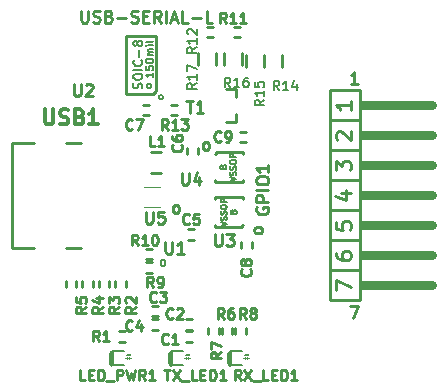
<source format=gbr>
%TF.GenerationSoftware,KiCad,Pcbnew,7.0.9-7.0.9~ubuntu22.04.1*%
%TF.CreationDate,2024-02-22T15:11:35+02:00*%
%TF.ProjectId,USB-SERIAL-L_Rev_B,5553422d-5345-4524-9941-4c2d4c5f5265,B*%
%TF.SameCoordinates,PX5f5e100PY7270e00*%
%TF.FileFunction,Legend,Top*%
%TF.FilePolarity,Positive*%
%FSLAX46Y46*%
G04 Gerber Fmt 4.6, Leading zero omitted, Abs format (unit mm)*
G04 Created by KiCad (PCBNEW 7.0.9-7.0.9~ubuntu22.04.1) date 2024-02-22 15:11:35*
%MOMM*%
%LPD*%
G01*
G04 APERTURE LIST*
%ADD10C,0.254000*%
%ADD11C,0.190500*%
%ADD12C,0.222250*%
%ADD13C,0.158750*%
%ADD14C,0.203200*%
%ADD15C,0.127000*%
%ADD16C,0.304800*%
%ADD17C,0.228600*%
%ADD18C,0.120000*%
%ADD19C,0.762000*%
%ADD20C,0.050000*%
%ADD21C,0.100000*%
G04 APERTURE END LIST*
D10*
X29449286Y25436188D02*
X28868714Y25436188D01*
X29159000Y25436188D02*
X29159000Y26452188D01*
X29159000Y26452188D02*
X29062238Y26307045D01*
X29062238Y26307045D02*
X28965476Y26210283D01*
X28965476Y26210283D02*
X28868714Y26161902D01*
X28820333Y6640188D02*
X29497667Y6640188D01*
X29497667Y6640188D02*
X29062238Y5624188D01*
X6014761Y31659188D02*
X6014761Y30836711D01*
X6014761Y30836711D02*
X6063142Y30739949D01*
X6063142Y30739949D02*
X6111523Y30691568D01*
X6111523Y30691568D02*
X6208285Y30643188D01*
X6208285Y30643188D02*
X6401809Y30643188D01*
X6401809Y30643188D02*
X6498571Y30691568D01*
X6498571Y30691568D02*
X6546952Y30739949D01*
X6546952Y30739949D02*
X6595333Y30836711D01*
X6595333Y30836711D02*
X6595333Y31659188D01*
X7030761Y30691568D02*
X7175904Y30643188D01*
X7175904Y30643188D02*
X7417809Y30643188D01*
X7417809Y30643188D02*
X7514571Y30691568D01*
X7514571Y30691568D02*
X7562952Y30739949D01*
X7562952Y30739949D02*
X7611333Y30836711D01*
X7611333Y30836711D02*
X7611333Y30933473D01*
X7611333Y30933473D02*
X7562952Y31030235D01*
X7562952Y31030235D02*
X7514571Y31078616D01*
X7514571Y31078616D02*
X7417809Y31126997D01*
X7417809Y31126997D02*
X7224285Y31175378D01*
X7224285Y31175378D02*
X7127523Y31223759D01*
X7127523Y31223759D02*
X7079142Y31272140D01*
X7079142Y31272140D02*
X7030761Y31368902D01*
X7030761Y31368902D02*
X7030761Y31465664D01*
X7030761Y31465664D02*
X7079142Y31562426D01*
X7079142Y31562426D02*
X7127523Y31610807D01*
X7127523Y31610807D02*
X7224285Y31659188D01*
X7224285Y31659188D02*
X7466190Y31659188D01*
X7466190Y31659188D02*
X7611333Y31610807D01*
X8385428Y31175378D02*
X8530571Y31126997D01*
X8530571Y31126997D02*
X8578952Y31078616D01*
X8578952Y31078616D02*
X8627333Y30981854D01*
X8627333Y30981854D02*
X8627333Y30836711D01*
X8627333Y30836711D02*
X8578952Y30739949D01*
X8578952Y30739949D02*
X8530571Y30691568D01*
X8530571Y30691568D02*
X8433809Y30643188D01*
X8433809Y30643188D02*
X8046761Y30643188D01*
X8046761Y30643188D02*
X8046761Y31659188D01*
X8046761Y31659188D02*
X8385428Y31659188D01*
X8385428Y31659188D02*
X8482190Y31610807D01*
X8482190Y31610807D02*
X8530571Y31562426D01*
X8530571Y31562426D02*
X8578952Y31465664D01*
X8578952Y31465664D02*
X8578952Y31368902D01*
X8578952Y31368902D02*
X8530571Y31272140D01*
X8530571Y31272140D02*
X8482190Y31223759D01*
X8482190Y31223759D02*
X8385428Y31175378D01*
X8385428Y31175378D02*
X8046761Y31175378D01*
X9062761Y31030235D02*
X9836857Y31030235D01*
X10272285Y30691568D02*
X10417428Y30643188D01*
X10417428Y30643188D02*
X10659333Y30643188D01*
X10659333Y30643188D02*
X10756095Y30691568D01*
X10756095Y30691568D02*
X10804476Y30739949D01*
X10804476Y30739949D02*
X10852857Y30836711D01*
X10852857Y30836711D02*
X10852857Y30933473D01*
X10852857Y30933473D02*
X10804476Y31030235D01*
X10804476Y31030235D02*
X10756095Y31078616D01*
X10756095Y31078616D02*
X10659333Y31126997D01*
X10659333Y31126997D02*
X10465809Y31175378D01*
X10465809Y31175378D02*
X10369047Y31223759D01*
X10369047Y31223759D02*
X10320666Y31272140D01*
X10320666Y31272140D02*
X10272285Y31368902D01*
X10272285Y31368902D02*
X10272285Y31465664D01*
X10272285Y31465664D02*
X10320666Y31562426D01*
X10320666Y31562426D02*
X10369047Y31610807D01*
X10369047Y31610807D02*
X10465809Y31659188D01*
X10465809Y31659188D02*
X10707714Y31659188D01*
X10707714Y31659188D02*
X10852857Y31610807D01*
X11288285Y31175378D02*
X11626952Y31175378D01*
X11772095Y30643188D02*
X11288285Y30643188D01*
X11288285Y30643188D02*
X11288285Y31659188D01*
X11288285Y31659188D02*
X11772095Y31659188D01*
X12788095Y30643188D02*
X12449428Y31126997D01*
X12207523Y30643188D02*
X12207523Y31659188D01*
X12207523Y31659188D02*
X12594571Y31659188D01*
X12594571Y31659188D02*
X12691333Y31610807D01*
X12691333Y31610807D02*
X12739714Y31562426D01*
X12739714Y31562426D02*
X12788095Y31465664D01*
X12788095Y31465664D02*
X12788095Y31320521D01*
X12788095Y31320521D02*
X12739714Y31223759D01*
X12739714Y31223759D02*
X12691333Y31175378D01*
X12691333Y31175378D02*
X12594571Y31126997D01*
X12594571Y31126997D02*
X12207523Y31126997D01*
X13223523Y30643188D02*
X13223523Y31659188D01*
X13658952Y30933473D02*
X14142762Y30933473D01*
X13562190Y30643188D02*
X13900857Y31659188D01*
X13900857Y31659188D02*
X14239524Y30643188D01*
X15062000Y30643188D02*
X14578190Y30643188D01*
X14578190Y30643188D02*
X14578190Y31659188D01*
X15400666Y31030235D02*
X16174762Y31030235D01*
X17142381Y30643188D02*
X16658571Y30643188D01*
X16658571Y30643188D02*
X16658571Y31659188D01*
X13144904Y12101188D02*
X13144904Y11278711D01*
X13144904Y11278711D02*
X13193285Y11181949D01*
X13193285Y11181949D02*
X13241666Y11133568D01*
X13241666Y11133568D02*
X13338428Y11085188D01*
X13338428Y11085188D02*
X13531952Y11085188D01*
X13531952Y11085188D02*
X13628714Y11133568D01*
X13628714Y11133568D02*
X13677095Y11181949D01*
X13677095Y11181949D02*
X13725476Y11278711D01*
X13725476Y11278711D02*
X13725476Y12101188D01*
X14741476Y11085188D02*
X14160904Y11085188D01*
X14451190Y11085188D02*
X14451190Y12101188D01*
X14451190Y12101188D02*
X14354428Y11956045D01*
X14354428Y11956045D02*
X14257666Y11859283D01*
X14257666Y11859283D02*
X14160904Y11810902D01*
D11*
X12995386Y10549840D02*
X13067957Y10513554D01*
X13067957Y10513554D02*
X13104243Y10477269D01*
X13104243Y10477269D02*
X13140529Y10404697D01*
X13140529Y10404697D02*
X13140529Y10186983D01*
X13140529Y10186983D02*
X13104243Y10114412D01*
X13104243Y10114412D02*
X13067957Y10078126D01*
X13067957Y10078126D02*
X12995386Y10041840D01*
X12995386Y10041840D02*
X12886529Y10041840D01*
X12886529Y10041840D02*
X12813957Y10078126D01*
X12813957Y10078126D02*
X12777672Y10114412D01*
X12777672Y10114412D02*
X12741386Y10186983D01*
X12741386Y10186983D02*
X12741386Y10404697D01*
X12741386Y10404697D02*
X12777672Y10477269D01*
X12777672Y10477269D02*
X12813957Y10513554D01*
X12813957Y10513554D02*
X12886529Y10549840D01*
X12886529Y10549840D02*
X12995386Y10549840D01*
D12*
X10635712Y6567834D02*
X10212379Y6271501D01*
X10635712Y6059834D02*
X9746712Y6059834D01*
X9746712Y6059834D02*
X9746712Y6398501D01*
X9746712Y6398501D02*
X9789045Y6483167D01*
X9789045Y6483167D02*
X9831379Y6525501D01*
X9831379Y6525501D02*
X9916045Y6567834D01*
X9916045Y6567834D02*
X10043045Y6567834D01*
X10043045Y6567834D02*
X10127712Y6525501D01*
X10127712Y6525501D02*
X10170045Y6483167D01*
X10170045Y6483167D02*
X10212379Y6398501D01*
X10212379Y6398501D02*
X10212379Y6059834D01*
X9831379Y6906501D02*
X9789045Y6948834D01*
X9789045Y6948834D02*
X9746712Y7033501D01*
X9746712Y7033501D02*
X9746712Y7245167D01*
X9746712Y7245167D02*
X9789045Y7329834D01*
X9789045Y7329834D02*
X9831379Y7372167D01*
X9831379Y7372167D02*
X9916045Y7414501D01*
X9916045Y7414501D02*
X10000712Y7414501D01*
X10000712Y7414501D02*
X10127712Y7372167D01*
X10127712Y7372167D02*
X10635712Y6864167D01*
X10635712Y6864167D02*
X10635712Y7414501D01*
D10*
X5397904Y25436188D02*
X5397904Y24613711D01*
X5397904Y24613711D02*
X5446285Y24516949D01*
X5446285Y24516949D02*
X5494666Y24468568D01*
X5494666Y24468568D02*
X5591428Y24420188D01*
X5591428Y24420188D02*
X5784952Y24420188D01*
X5784952Y24420188D02*
X5881714Y24468568D01*
X5881714Y24468568D02*
X5930095Y24516949D01*
X5930095Y24516949D02*
X5978476Y24613711D01*
X5978476Y24613711D02*
X5978476Y25436188D01*
X6413904Y25339426D02*
X6462285Y25387807D01*
X6462285Y25387807D02*
X6559047Y25436188D01*
X6559047Y25436188D02*
X6800952Y25436188D01*
X6800952Y25436188D02*
X6897714Y25387807D01*
X6897714Y25387807D02*
X6946095Y25339426D01*
X6946095Y25339426D02*
X6994476Y25242664D01*
X6994476Y25242664D02*
X6994476Y25145902D01*
X6994476Y25145902D02*
X6946095Y25000759D01*
X6946095Y25000759D02*
X6365523Y24420188D01*
X6365523Y24420188D02*
X6994476Y24420188D01*
D13*
X12121708Y26379834D02*
X12121708Y26016977D01*
X12121708Y26198405D02*
X11486708Y26198405D01*
X11486708Y26198405D02*
X11577422Y26137929D01*
X11577422Y26137929D02*
X11637898Y26077453D01*
X11637898Y26077453D02*
X11668136Y26016977D01*
X11486708Y26954358D02*
X11486708Y26651977D01*
X11486708Y26651977D02*
X11789089Y26621739D01*
X11789089Y26621739D02*
X11758850Y26651977D01*
X11758850Y26651977D02*
X11728612Y26712453D01*
X11728612Y26712453D02*
X11728612Y26863644D01*
X11728612Y26863644D02*
X11758850Y26924120D01*
X11758850Y26924120D02*
X11789089Y26954358D01*
X11789089Y26954358D02*
X11849565Y26984596D01*
X11849565Y26984596D02*
X12000755Y26984596D01*
X12000755Y26984596D02*
X12061231Y26954358D01*
X12061231Y26954358D02*
X12091470Y26924120D01*
X12091470Y26924120D02*
X12121708Y26863644D01*
X12121708Y26863644D02*
X12121708Y26712453D01*
X12121708Y26712453D02*
X12091470Y26651977D01*
X12091470Y26651977D02*
X12061231Y26621739D01*
X11486708Y27377691D02*
X11486708Y27438168D01*
X11486708Y27438168D02*
X11516946Y27498644D01*
X11516946Y27498644D02*
X11547184Y27528882D01*
X11547184Y27528882D02*
X11607660Y27559120D01*
X11607660Y27559120D02*
X11728612Y27589358D01*
X11728612Y27589358D02*
X11879803Y27589358D01*
X11879803Y27589358D02*
X12000755Y27559120D01*
X12000755Y27559120D02*
X12061231Y27528882D01*
X12061231Y27528882D02*
X12091470Y27498644D01*
X12091470Y27498644D02*
X12121708Y27438168D01*
X12121708Y27438168D02*
X12121708Y27377691D01*
X12121708Y27377691D02*
X12091470Y27317215D01*
X12091470Y27317215D02*
X12061231Y27286977D01*
X12061231Y27286977D02*
X12000755Y27256739D01*
X12000755Y27256739D02*
X11879803Y27226501D01*
X11879803Y27226501D02*
X11728612Y27226501D01*
X11728612Y27226501D02*
X11607660Y27256739D01*
X11607660Y27256739D02*
X11547184Y27286977D01*
X11547184Y27286977D02*
X11516946Y27317215D01*
X11516946Y27317215D02*
X11486708Y27377691D01*
X12121708Y27861501D02*
X11698374Y27861501D01*
X11758850Y27861501D02*
X11728612Y27891739D01*
X11728612Y27891739D02*
X11698374Y27952215D01*
X11698374Y27952215D02*
X11698374Y28042930D01*
X11698374Y28042930D02*
X11728612Y28103406D01*
X11728612Y28103406D02*
X11789089Y28133644D01*
X11789089Y28133644D02*
X12121708Y28133644D01*
X11789089Y28133644D02*
X11728612Y28163882D01*
X11728612Y28163882D02*
X11698374Y28224358D01*
X11698374Y28224358D02*
X11698374Y28315072D01*
X11698374Y28315072D02*
X11728612Y28375549D01*
X11728612Y28375549D02*
X11789089Y28405787D01*
X11789089Y28405787D02*
X12121708Y28405787D01*
X12121708Y28708168D02*
X11698374Y28708168D01*
X11486708Y28708168D02*
X11516946Y28677930D01*
X11516946Y28677930D02*
X11547184Y28708168D01*
X11547184Y28708168D02*
X11516946Y28738406D01*
X11516946Y28738406D02*
X11486708Y28708168D01*
X11486708Y28708168D02*
X11547184Y28708168D01*
X12121708Y29101263D02*
X12091470Y29040787D01*
X12091470Y29040787D02*
X12030993Y29010549D01*
X12030993Y29010549D02*
X11486708Y29010549D01*
D11*
X11159544Y25078023D02*
X11195829Y25186880D01*
X11195829Y25186880D02*
X11195829Y25368309D01*
X11195829Y25368309D02*
X11159544Y25440880D01*
X11159544Y25440880D02*
X11123258Y25477166D01*
X11123258Y25477166D02*
X11050686Y25513452D01*
X11050686Y25513452D02*
X10978115Y25513452D01*
X10978115Y25513452D02*
X10905544Y25477166D01*
X10905544Y25477166D02*
X10869258Y25440880D01*
X10869258Y25440880D02*
X10832972Y25368309D01*
X10832972Y25368309D02*
X10796686Y25223166D01*
X10796686Y25223166D02*
X10760401Y25150595D01*
X10760401Y25150595D02*
X10724115Y25114309D01*
X10724115Y25114309D02*
X10651544Y25078023D01*
X10651544Y25078023D02*
X10578972Y25078023D01*
X10578972Y25078023D02*
X10506401Y25114309D01*
X10506401Y25114309D02*
X10470115Y25150595D01*
X10470115Y25150595D02*
X10433829Y25223166D01*
X10433829Y25223166D02*
X10433829Y25404595D01*
X10433829Y25404595D02*
X10470115Y25513452D01*
X10433829Y25985166D02*
X10433829Y26130309D01*
X10433829Y26130309D02*
X10470115Y26202880D01*
X10470115Y26202880D02*
X10542686Y26275452D01*
X10542686Y26275452D02*
X10687829Y26311737D01*
X10687829Y26311737D02*
X10941829Y26311737D01*
X10941829Y26311737D02*
X11086972Y26275452D01*
X11086972Y26275452D02*
X11159544Y26202880D01*
X11159544Y26202880D02*
X11195829Y26130309D01*
X11195829Y26130309D02*
X11195829Y25985166D01*
X11195829Y25985166D02*
X11159544Y25912594D01*
X11159544Y25912594D02*
X11086972Y25840023D01*
X11086972Y25840023D02*
X10941829Y25803737D01*
X10941829Y25803737D02*
X10687829Y25803737D01*
X10687829Y25803737D02*
X10542686Y25840023D01*
X10542686Y25840023D02*
X10470115Y25912594D01*
X10470115Y25912594D02*
X10433829Y25985166D01*
X11195829Y26638309D02*
X10433829Y26638309D01*
X11123258Y27436595D02*
X11159544Y27400309D01*
X11159544Y27400309D02*
X11195829Y27291452D01*
X11195829Y27291452D02*
X11195829Y27218880D01*
X11195829Y27218880D02*
X11159544Y27110023D01*
X11159544Y27110023D02*
X11086972Y27037452D01*
X11086972Y27037452D02*
X11014401Y27001166D01*
X11014401Y27001166D02*
X10869258Y26964880D01*
X10869258Y26964880D02*
X10760401Y26964880D01*
X10760401Y26964880D02*
X10615258Y27001166D01*
X10615258Y27001166D02*
X10542686Y27037452D01*
X10542686Y27037452D02*
X10470115Y27110023D01*
X10470115Y27110023D02*
X10433829Y27218880D01*
X10433829Y27218880D02*
X10433829Y27291452D01*
X10433829Y27291452D02*
X10470115Y27400309D01*
X10470115Y27400309D02*
X10506401Y27436595D01*
X10905544Y27763166D02*
X10905544Y28343737D01*
X10760401Y28815452D02*
X10724115Y28742881D01*
X10724115Y28742881D02*
X10687829Y28706595D01*
X10687829Y28706595D02*
X10615258Y28670309D01*
X10615258Y28670309D02*
X10578972Y28670309D01*
X10578972Y28670309D02*
X10506401Y28706595D01*
X10506401Y28706595D02*
X10470115Y28742881D01*
X10470115Y28742881D02*
X10433829Y28815452D01*
X10433829Y28815452D02*
X10433829Y28960595D01*
X10433829Y28960595D02*
X10470115Y29033166D01*
X10470115Y29033166D02*
X10506401Y29069452D01*
X10506401Y29069452D02*
X10578972Y29105738D01*
X10578972Y29105738D02*
X10615258Y29105738D01*
X10615258Y29105738D02*
X10687829Y29069452D01*
X10687829Y29069452D02*
X10724115Y29033166D01*
X10724115Y29033166D02*
X10760401Y28960595D01*
X10760401Y28960595D02*
X10760401Y28815452D01*
X10760401Y28815452D02*
X10796686Y28742881D01*
X10796686Y28742881D02*
X10832972Y28706595D01*
X10832972Y28706595D02*
X10905544Y28670309D01*
X10905544Y28670309D02*
X11050686Y28670309D01*
X11050686Y28670309D02*
X11123258Y28706595D01*
X11123258Y28706595D02*
X11159544Y28742881D01*
X11159544Y28742881D02*
X11195829Y28815452D01*
X11195829Y28815452D02*
X11195829Y28960595D01*
X11195829Y28960595D02*
X11159544Y29033166D01*
X11159544Y29033166D02*
X11123258Y29069452D01*
X11123258Y29069452D02*
X11050686Y29105738D01*
X11050686Y29105738D02*
X10905544Y29105738D01*
X10905544Y29105738D02*
X10832972Y29069452D01*
X10832972Y29069452D02*
X10796686Y29033166D01*
X10796686Y29033166D02*
X10760401Y28960595D01*
D10*
X11493904Y14641188D02*
X11493904Y13818711D01*
X11493904Y13818711D02*
X11542285Y13721949D01*
X11542285Y13721949D02*
X11590666Y13673568D01*
X11590666Y13673568D02*
X11687428Y13625188D01*
X11687428Y13625188D02*
X11880952Y13625188D01*
X11880952Y13625188D02*
X11977714Y13673568D01*
X11977714Y13673568D02*
X12026095Y13721949D01*
X12026095Y13721949D02*
X12074476Y13818711D01*
X12074476Y13818711D02*
X12074476Y14641188D01*
X13042095Y14641188D02*
X12558285Y14641188D01*
X12558285Y14641188D02*
X12509904Y14157378D01*
X12509904Y14157378D02*
X12558285Y14205759D01*
X12558285Y14205759D02*
X12655047Y14254140D01*
X12655047Y14254140D02*
X12896952Y14254140D01*
X12896952Y14254140D02*
X12993714Y14205759D01*
X12993714Y14205759D02*
X13042095Y14157378D01*
X13042095Y14157378D02*
X13090476Y14060616D01*
X13090476Y14060616D02*
X13090476Y13818711D01*
X13090476Y13818711D02*
X13042095Y13721949D01*
X13042095Y13721949D02*
X12993714Y13673568D01*
X12993714Y13673568D02*
X12896952Y13625188D01*
X12896952Y13625188D02*
X12655047Y13625188D01*
X12655047Y13625188D02*
X12558285Y13673568D01*
X12558285Y13673568D02*
X12509904Y13721949D01*
X13973428Y14514188D02*
X13876666Y14562568D01*
X13876666Y14562568D02*
X13828285Y14610949D01*
X13828285Y14610949D02*
X13779904Y14707711D01*
X13779904Y14707711D02*
X13779904Y14997997D01*
X13779904Y14997997D02*
X13828285Y15094759D01*
X13828285Y15094759D02*
X13876666Y15143140D01*
X13876666Y15143140D02*
X13973428Y15191521D01*
X13973428Y15191521D02*
X14118571Y15191521D01*
X14118571Y15191521D02*
X14215333Y15143140D01*
X14215333Y15143140D02*
X14263714Y15094759D01*
X14263714Y15094759D02*
X14312095Y14997997D01*
X14312095Y14997997D02*
X14312095Y14707711D01*
X14312095Y14707711D02*
X14263714Y14610949D01*
X14263714Y14610949D02*
X14215333Y14562568D01*
X14215333Y14562568D02*
X14118571Y14514188D01*
X14118571Y14514188D02*
X13973428Y14514188D01*
X20901193Y14995191D02*
X20852812Y14898429D01*
X20852812Y14898429D02*
X20852812Y14753286D01*
X20852812Y14753286D02*
X20901193Y14608143D01*
X20901193Y14608143D02*
X20997955Y14511381D01*
X20997955Y14511381D02*
X21094717Y14463000D01*
X21094717Y14463000D02*
X21288241Y14414619D01*
X21288241Y14414619D02*
X21433384Y14414619D01*
X21433384Y14414619D02*
X21626908Y14463000D01*
X21626908Y14463000D02*
X21723670Y14511381D01*
X21723670Y14511381D02*
X21820432Y14608143D01*
X21820432Y14608143D02*
X21868812Y14753286D01*
X21868812Y14753286D02*
X21868812Y14850048D01*
X21868812Y14850048D02*
X21820432Y14995191D01*
X21820432Y14995191D02*
X21772051Y15043572D01*
X21772051Y15043572D02*
X21433384Y15043572D01*
X21433384Y15043572D02*
X21433384Y14850048D01*
X21868812Y15479000D02*
X20852812Y15479000D01*
X20852812Y15479000D02*
X20852812Y15866048D01*
X20852812Y15866048D02*
X20901193Y15962810D01*
X20901193Y15962810D02*
X20949574Y16011191D01*
X20949574Y16011191D02*
X21046336Y16059572D01*
X21046336Y16059572D02*
X21191479Y16059572D01*
X21191479Y16059572D02*
X21288241Y16011191D01*
X21288241Y16011191D02*
X21336622Y15962810D01*
X21336622Y15962810D02*
X21385003Y15866048D01*
X21385003Y15866048D02*
X21385003Y15479000D01*
X21868812Y16495000D02*
X20852812Y16495000D01*
X20852812Y17172334D02*
X20852812Y17365858D01*
X20852812Y17365858D02*
X20901193Y17462620D01*
X20901193Y17462620D02*
X20997955Y17559382D01*
X20997955Y17559382D02*
X21191479Y17607763D01*
X21191479Y17607763D02*
X21530146Y17607763D01*
X21530146Y17607763D02*
X21723670Y17559382D01*
X21723670Y17559382D02*
X21820432Y17462620D01*
X21820432Y17462620D02*
X21868812Y17365858D01*
X21868812Y17365858D02*
X21868812Y17172334D01*
X21868812Y17172334D02*
X21820432Y17075572D01*
X21820432Y17075572D02*
X21723670Y16978810D01*
X21723670Y16978810D02*
X21530146Y16930429D01*
X21530146Y16930429D02*
X21191479Y16930429D01*
X21191479Y16930429D02*
X20997955Y16978810D01*
X20997955Y16978810D02*
X20901193Y17075572D01*
X20901193Y17075572D02*
X20852812Y17172334D01*
X21868812Y18575382D02*
X21868812Y17994810D01*
X21868812Y18285096D02*
X20852812Y18285096D01*
X20852812Y18285096D02*
X20997955Y18188334D01*
X20997955Y18188334D02*
X21094717Y18091572D01*
X21094717Y18091572D02*
X21143098Y17994810D01*
X27596918Y13762381D02*
X27596918Y13157619D01*
X27596918Y13157619D02*
X28201680Y13097143D01*
X28201680Y13097143D02*
X28141203Y13157619D01*
X28141203Y13157619D02*
X28080727Y13278572D01*
X28080727Y13278572D02*
X28080727Y13580953D01*
X28080727Y13580953D02*
X28141203Y13701905D01*
X28141203Y13701905D02*
X28201680Y13762381D01*
X28201680Y13762381D02*
X28322632Y13822858D01*
X28322632Y13822858D02*
X28625013Y13822858D01*
X28625013Y13822858D02*
X28745965Y13762381D01*
X28745965Y13762381D02*
X28806442Y13701905D01*
X28806442Y13701905D02*
X28866918Y13580953D01*
X28866918Y13580953D02*
X28866918Y13278572D01*
X28866918Y13278572D02*
X28806442Y13157619D01*
X28806442Y13157619D02*
X28745965Y13097143D01*
X27596918Y7956667D02*
X27596918Y8803334D01*
X27596918Y8803334D02*
X28866918Y8259048D01*
X28020251Y16241905D02*
X28866918Y16241905D01*
X27536442Y15939524D02*
X28443584Y15637143D01*
X28443584Y15637143D02*
X28443584Y16423334D01*
X27717870Y20717143D02*
X27657394Y20777619D01*
X27657394Y20777619D02*
X27596918Y20898572D01*
X27596918Y20898572D02*
X27596918Y21200953D01*
X27596918Y21200953D02*
X27657394Y21321905D01*
X27657394Y21321905D02*
X27717870Y21382381D01*
X27717870Y21382381D02*
X27838822Y21442858D01*
X27838822Y21442858D02*
X27959775Y21442858D01*
X27959775Y21442858D02*
X28141203Y21382381D01*
X28141203Y21382381D02*
X28866918Y20656667D01*
X28866918Y20656667D02*
X28866918Y21442858D01*
X28866918Y23982858D02*
X28866918Y23257143D01*
X28866918Y23620000D02*
X27596918Y23620000D01*
X27596918Y23620000D02*
X27778346Y23499048D01*
X27778346Y23499048D02*
X27899299Y23378096D01*
X27899299Y23378096D02*
X27959775Y23257143D01*
X27596918Y18116667D02*
X27596918Y18902858D01*
X27596918Y18902858D02*
X28080727Y18479524D01*
X28080727Y18479524D02*
X28080727Y18660953D01*
X28080727Y18660953D02*
X28141203Y18781905D01*
X28141203Y18781905D02*
X28201680Y18842381D01*
X28201680Y18842381D02*
X28322632Y18902858D01*
X28322632Y18902858D02*
X28625013Y18902858D01*
X28625013Y18902858D02*
X28745965Y18842381D01*
X28745965Y18842381D02*
X28806442Y18781905D01*
X28806442Y18781905D02*
X28866918Y18660953D01*
X28866918Y18660953D02*
X28866918Y18298096D01*
X28866918Y18298096D02*
X28806442Y18177143D01*
X28806442Y18177143D02*
X28745965Y18116667D01*
X27596918Y11161905D02*
X27596918Y10920000D01*
X27596918Y10920000D02*
X27657394Y10799048D01*
X27657394Y10799048D02*
X27717870Y10738572D01*
X27717870Y10738572D02*
X27899299Y10617619D01*
X27899299Y10617619D02*
X28141203Y10557143D01*
X28141203Y10557143D02*
X28625013Y10557143D01*
X28625013Y10557143D02*
X28745965Y10617619D01*
X28745965Y10617619D02*
X28806442Y10678096D01*
X28806442Y10678096D02*
X28866918Y10799048D01*
X28866918Y10799048D02*
X28866918Y11040953D01*
X28866918Y11040953D02*
X28806442Y11161905D01*
X28806442Y11161905D02*
X28745965Y11222381D01*
X28745965Y11222381D02*
X28625013Y11282858D01*
X28625013Y11282858D02*
X28322632Y11282858D01*
X28322632Y11282858D02*
X28201680Y11222381D01*
X28201680Y11222381D02*
X28141203Y11161905D01*
X28141203Y11161905D02*
X28080727Y11040953D01*
X28080727Y11040953D02*
X28080727Y10799048D01*
X28080727Y10799048D02*
X28141203Y10678096D01*
X28141203Y10678096D02*
X28201680Y10617619D01*
X28201680Y10617619D02*
X28322632Y10557143D01*
D12*
X17834833Y20624955D02*
X17792500Y20582621D01*
X17792500Y20582621D02*
X17665500Y20540288D01*
X17665500Y20540288D02*
X17580833Y20540288D01*
X17580833Y20540288D02*
X17453833Y20582621D01*
X17453833Y20582621D02*
X17369167Y20667288D01*
X17369167Y20667288D02*
X17326833Y20751955D01*
X17326833Y20751955D02*
X17284500Y20921288D01*
X17284500Y20921288D02*
X17284500Y21048288D01*
X17284500Y21048288D02*
X17326833Y21217621D01*
X17326833Y21217621D02*
X17369167Y21302288D01*
X17369167Y21302288D02*
X17453833Y21386955D01*
X17453833Y21386955D02*
X17580833Y21429288D01*
X17580833Y21429288D02*
X17665500Y21429288D01*
X17665500Y21429288D02*
X17792500Y21386955D01*
X17792500Y21386955D02*
X17834833Y21344621D01*
X18258167Y20540288D02*
X18427500Y20540288D01*
X18427500Y20540288D02*
X18512167Y20582621D01*
X18512167Y20582621D02*
X18554500Y20624955D01*
X18554500Y20624955D02*
X18639167Y20751955D01*
X18639167Y20751955D02*
X18681500Y20921288D01*
X18681500Y20921288D02*
X18681500Y21259955D01*
X18681500Y21259955D02*
X18639167Y21344621D01*
X18639167Y21344621D02*
X18596833Y21386955D01*
X18596833Y21386955D02*
X18512167Y21429288D01*
X18512167Y21429288D02*
X18342833Y21429288D01*
X18342833Y21429288D02*
X18258167Y21386955D01*
X18258167Y21386955D02*
X18215833Y21344621D01*
X18215833Y21344621D02*
X18173500Y21259955D01*
X18173500Y21259955D02*
X18173500Y21048288D01*
X18173500Y21048288D02*
X18215833Y20963621D01*
X18215833Y20963621D02*
X18258167Y20921288D01*
X18258167Y20921288D02*
X18342833Y20878955D01*
X18342833Y20878955D02*
X18512167Y20878955D01*
X18512167Y20878955D02*
X18596833Y20921288D01*
X18596833Y20921288D02*
X18639167Y20963621D01*
X18639167Y20963621D02*
X18681500Y21048288D01*
D14*
X18654285Y25171951D02*
X18383352Y25558998D01*
X18189828Y25171951D02*
X18189828Y25984751D01*
X18189828Y25984751D02*
X18499466Y25984751D01*
X18499466Y25984751D02*
X18576876Y25946046D01*
X18576876Y25946046D02*
X18615581Y25907341D01*
X18615581Y25907341D02*
X18654285Y25829932D01*
X18654285Y25829932D02*
X18654285Y25713817D01*
X18654285Y25713817D02*
X18615581Y25636408D01*
X18615581Y25636408D02*
X18576876Y25597703D01*
X18576876Y25597703D02*
X18499466Y25558998D01*
X18499466Y25558998D02*
X18189828Y25558998D01*
X19428381Y25171951D02*
X18963924Y25171951D01*
X19196152Y25171951D02*
X19196152Y25984751D01*
X19196152Y25984751D02*
X19118743Y25868636D01*
X19118743Y25868636D02*
X19041333Y25791227D01*
X19041333Y25791227D02*
X18963924Y25752522D01*
X20125066Y25984751D02*
X19970247Y25984751D01*
X19970247Y25984751D02*
X19892838Y25946046D01*
X19892838Y25946046D02*
X19854133Y25907341D01*
X19854133Y25907341D02*
X19776723Y25791227D01*
X19776723Y25791227D02*
X19738019Y25636408D01*
X19738019Y25636408D02*
X19738019Y25326770D01*
X19738019Y25326770D02*
X19776723Y25249360D01*
X19776723Y25249360D02*
X19815428Y25210655D01*
X19815428Y25210655D02*
X19892838Y25171951D01*
X19892838Y25171951D02*
X20047657Y25171951D01*
X20047657Y25171951D02*
X20125066Y25210655D01*
X20125066Y25210655D02*
X20163771Y25249360D01*
X20163771Y25249360D02*
X20202476Y25326770D01*
X20202476Y25326770D02*
X20202476Y25520294D01*
X20202476Y25520294D02*
X20163771Y25597703D01*
X20163771Y25597703D02*
X20125066Y25636408D01*
X20125066Y25636408D02*
X20047657Y25675113D01*
X20047657Y25675113D02*
X19892838Y25675113D01*
X19892838Y25675113D02*
X19815428Y25636408D01*
X19815428Y25636408D02*
X19776723Y25597703D01*
X19776723Y25597703D02*
X19738019Y25520294D01*
D12*
X18300499Y30573288D02*
X18004166Y30996621D01*
X17792499Y30573288D02*
X17792499Y31462288D01*
X17792499Y31462288D02*
X18131166Y31462288D01*
X18131166Y31462288D02*
X18215833Y31419955D01*
X18215833Y31419955D02*
X18258166Y31377621D01*
X18258166Y31377621D02*
X18300499Y31292955D01*
X18300499Y31292955D02*
X18300499Y31165955D01*
X18300499Y31165955D02*
X18258166Y31081288D01*
X18258166Y31081288D02*
X18215833Y31038955D01*
X18215833Y31038955D02*
X18131166Y30996621D01*
X18131166Y30996621D02*
X17792499Y30996621D01*
X19147166Y30573288D02*
X18639166Y30573288D01*
X18893166Y30573288D02*
X18893166Y31462288D01*
X18893166Y31462288D02*
X18808499Y31335288D01*
X18808499Y31335288D02*
X18723833Y31250621D01*
X18723833Y31250621D02*
X18639166Y31208288D01*
X19993833Y30573288D02*
X19485833Y30573288D01*
X19739833Y30573288D02*
X19739833Y31462288D01*
X19739833Y31462288D02*
X19655166Y31335288D01*
X19655166Y31335288D02*
X19570500Y31250621D01*
X19570500Y31250621D02*
X19485833Y31208288D01*
X7841712Y6567834D02*
X7418379Y6271501D01*
X7841712Y6059834D02*
X6952712Y6059834D01*
X6952712Y6059834D02*
X6952712Y6398501D01*
X6952712Y6398501D02*
X6995045Y6483167D01*
X6995045Y6483167D02*
X7037379Y6525501D01*
X7037379Y6525501D02*
X7122045Y6567834D01*
X7122045Y6567834D02*
X7249045Y6567834D01*
X7249045Y6567834D02*
X7333712Y6525501D01*
X7333712Y6525501D02*
X7376045Y6483167D01*
X7376045Y6483167D02*
X7418379Y6398501D01*
X7418379Y6398501D02*
X7418379Y6059834D01*
X7249045Y7329834D02*
X7841712Y7329834D01*
X6910379Y7118167D02*
X7545379Y6906501D01*
X7545379Y6906501D02*
X7545379Y7456834D01*
D10*
X17335904Y12736188D02*
X17335904Y11913711D01*
X17335904Y11913711D02*
X17384285Y11816949D01*
X17384285Y11816949D02*
X17432666Y11768568D01*
X17432666Y11768568D02*
X17529428Y11720188D01*
X17529428Y11720188D02*
X17722952Y11720188D01*
X17722952Y11720188D02*
X17819714Y11768568D01*
X17819714Y11768568D02*
X17868095Y11816949D01*
X17868095Y11816949D02*
X17916476Y11913711D01*
X17916476Y11913711D02*
X17916476Y12736188D01*
X18303523Y12736188D02*
X18932476Y12736188D01*
X18932476Y12736188D02*
X18593809Y12349140D01*
X18593809Y12349140D02*
X18738952Y12349140D01*
X18738952Y12349140D02*
X18835714Y12300759D01*
X18835714Y12300759D02*
X18884095Y12252378D01*
X18884095Y12252378D02*
X18932476Y12155616D01*
X18932476Y12155616D02*
X18932476Y11913711D01*
X18932476Y11913711D02*
X18884095Y11816949D01*
X18884095Y11816949D02*
X18835714Y11768568D01*
X18835714Y11768568D02*
X18738952Y11720188D01*
X18738952Y11720188D02*
X18448666Y11720188D01*
X18448666Y11720188D02*
X18351904Y11768568D01*
X18351904Y11768568D02*
X18303523Y11816949D01*
X21360812Y12993429D02*
X21312432Y12896667D01*
X21312432Y12896667D02*
X21264051Y12848286D01*
X21264051Y12848286D02*
X21167289Y12799905D01*
X21167289Y12799905D02*
X20877003Y12799905D01*
X20877003Y12799905D02*
X20780241Y12848286D01*
X20780241Y12848286D02*
X20731860Y12896667D01*
X20731860Y12896667D02*
X20683479Y12993429D01*
X20683479Y12993429D02*
X20683479Y13138572D01*
X20683479Y13138572D02*
X20731860Y13235334D01*
X20731860Y13235334D02*
X20780241Y13283715D01*
X20780241Y13283715D02*
X20877003Y13332096D01*
X20877003Y13332096D02*
X21167289Y13332096D01*
X21167289Y13332096D02*
X21264051Y13283715D01*
X21264051Y13283715D02*
X21312432Y13235334D01*
X21312432Y13235334D02*
X21360812Y13138572D01*
X21360812Y13138572D02*
X21360812Y12993429D01*
D15*
X18903120Y14541619D02*
X18878930Y14493238D01*
X18878930Y14493238D02*
X18854739Y14469048D01*
X18854739Y14469048D02*
X18806358Y14444857D01*
X18806358Y14444857D02*
X18782168Y14444857D01*
X18782168Y14444857D02*
X18733787Y14469048D01*
X18733787Y14469048D02*
X18709596Y14493238D01*
X18709596Y14493238D02*
X18685406Y14541619D01*
X18685406Y14541619D02*
X18685406Y14638381D01*
X18685406Y14638381D02*
X18709596Y14686762D01*
X18709596Y14686762D02*
X18733787Y14710953D01*
X18733787Y14710953D02*
X18782168Y14735143D01*
X18782168Y14735143D02*
X18806358Y14735143D01*
X18806358Y14735143D02*
X18854739Y14710953D01*
X18854739Y14710953D02*
X18878930Y14686762D01*
X18878930Y14686762D02*
X18903120Y14638381D01*
X18903120Y14638381D02*
X18903120Y14541619D01*
X18903120Y14541619D02*
X18927311Y14493238D01*
X18927311Y14493238D02*
X18951501Y14469048D01*
X18951501Y14469048D02*
X18999882Y14444857D01*
X18999882Y14444857D02*
X19096644Y14444857D01*
X19096644Y14444857D02*
X19145025Y14469048D01*
X19145025Y14469048D02*
X19169216Y14493238D01*
X19169216Y14493238D02*
X19193406Y14541619D01*
X19193406Y14541619D02*
X19193406Y14638381D01*
X19193406Y14638381D02*
X19169216Y14686762D01*
X19169216Y14686762D02*
X19145025Y14710953D01*
X19145025Y14710953D02*
X19096644Y14735143D01*
X19096644Y14735143D02*
X18999882Y14735143D01*
X18999882Y14735143D02*
X18951501Y14710953D01*
X18951501Y14710953D02*
X18927311Y14686762D01*
X18927311Y14686762D02*
X18903120Y14638381D01*
X17835406Y13416762D02*
X18343406Y13586096D01*
X18343406Y13586096D02*
X17835406Y13755429D01*
X18319216Y13900572D02*
X18343406Y13973144D01*
X18343406Y13973144D02*
X18343406Y14094096D01*
X18343406Y14094096D02*
X18319216Y14142477D01*
X18319216Y14142477D02*
X18295025Y14166668D01*
X18295025Y14166668D02*
X18246644Y14190858D01*
X18246644Y14190858D02*
X18198263Y14190858D01*
X18198263Y14190858D02*
X18149882Y14166668D01*
X18149882Y14166668D02*
X18125692Y14142477D01*
X18125692Y14142477D02*
X18101501Y14094096D01*
X18101501Y14094096D02*
X18077311Y13997334D01*
X18077311Y13997334D02*
X18053120Y13948953D01*
X18053120Y13948953D02*
X18028930Y13924763D01*
X18028930Y13924763D02*
X17980549Y13900572D01*
X17980549Y13900572D02*
X17932168Y13900572D01*
X17932168Y13900572D02*
X17883787Y13924763D01*
X17883787Y13924763D02*
X17859596Y13948953D01*
X17859596Y13948953D02*
X17835406Y13997334D01*
X17835406Y13997334D02*
X17835406Y14118287D01*
X17835406Y14118287D02*
X17859596Y14190858D01*
X18319216Y14384382D02*
X18343406Y14456954D01*
X18343406Y14456954D02*
X18343406Y14577906D01*
X18343406Y14577906D02*
X18319216Y14626287D01*
X18319216Y14626287D02*
X18295025Y14650478D01*
X18295025Y14650478D02*
X18246644Y14674668D01*
X18246644Y14674668D02*
X18198263Y14674668D01*
X18198263Y14674668D02*
X18149882Y14650478D01*
X18149882Y14650478D02*
X18125692Y14626287D01*
X18125692Y14626287D02*
X18101501Y14577906D01*
X18101501Y14577906D02*
X18077311Y14481144D01*
X18077311Y14481144D02*
X18053120Y14432763D01*
X18053120Y14432763D02*
X18028930Y14408573D01*
X18028930Y14408573D02*
X17980549Y14384382D01*
X17980549Y14384382D02*
X17932168Y14384382D01*
X17932168Y14384382D02*
X17883787Y14408573D01*
X17883787Y14408573D02*
X17859596Y14432763D01*
X17859596Y14432763D02*
X17835406Y14481144D01*
X17835406Y14481144D02*
X17835406Y14602097D01*
X17835406Y14602097D02*
X17859596Y14674668D01*
X17835406Y14989145D02*
X17835406Y15085907D01*
X17835406Y15085907D02*
X17859596Y15134288D01*
X17859596Y15134288D02*
X17907977Y15182669D01*
X17907977Y15182669D02*
X18004739Y15206859D01*
X18004739Y15206859D02*
X18174073Y15206859D01*
X18174073Y15206859D02*
X18270835Y15182669D01*
X18270835Y15182669D02*
X18319216Y15134288D01*
X18319216Y15134288D02*
X18343406Y15085907D01*
X18343406Y15085907D02*
X18343406Y14989145D01*
X18343406Y14989145D02*
X18319216Y14940764D01*
X18319216Y14940764D02*
X18270835Y14892383D01*
X18270835Y14892383D02*
X18174073Y14868192D01*
X18174073Y14868192D02*
X18004739Y14868192D01*
X18004739Y14868192D02*
X17907977Y14892383D01*
X17907977Y14892383D02*
X17859596Y14940764D01*
X17859596Y14940764D02*
X17835406Y14989145D01*
X18343406Y15424573D02*
X17835406Y15424573D01*
X17835406Y15424573D02*
X17835406Y15618097D01*
X17835406Y15618097D02*
X17859596Y15666478D01*
X17859596Y15666478D02*
X17883787Y15690668D01*
X17883787Y15690668D02*
X17932168Y15714859D01*
X17932168Y15714859D02*
X18004739Y15714859D01*
X18004739Y15714859D02*
X18053120Y15690668D01*
X18053120Y15690668D02*
X18077311Y15666478D01*
X18077311Y15666478D02*
X18101501Y15618097D01*
X18101501Y15618097D02*
X18101501Y15424573D01*
D12*
X6362500Y347288D02*
X5939166Y347288D01*
X5939166Y347288D02*
X5939166Y1236288D01*
X6658833Y812955D02*
X6955167Y812955D01*
X7082167Y347288D02*
X6658833Y347288D01*
X6658833Y347288D02*
X6658833Y1236288D01*
X6658833Y1236288D02*
X7082167Y1236288D01*
X7463166Y347288D02*
X7463166Y1236288D01*
X7463166Y1236288D02*
X7674833Y1236288D01*
X7674833Y1236288D02*
X7801833Y1193955D01*
X7801833Y1193955D02*
X7886500Y1109288D01*
X7886500Y1109288D02*
X7928833Y1024621D01*
X7928833Y1024621D02*
X7971166Y855288D01*
X7971166Y855288D02*
X7971166Y728288D01*
X7971166Y728288D02*
X7928833Y558955D01*
X7928833Y558955D02*
X7886500Y474288D01*
X7886500Y474288D02*
X7801833Y389621D01*
X7801833Y389621D02*
X7674833Y347288D01*
X7674833Y347288D02*
X7463166Y347288D01*
X8140500Y262621D02*
X8817833Y262621D01*
X9029499Y347288D02*
X9029499Y1236288D01*
X9029499Y1236288D02*
X9368166Y1236288D01*
X9368166Y1236288D02*
X9452833Y1193955D01*
X9452833Y1193955D02*
X9495166Y1151621D01*
X9495166Y1151621D02*
X9537499Y1066955D01*
X9537499Y1066955D02*
X9537499Y939955D01*
X9537499Y939955D02*
X9495166Y855288D01*
X9495166Y855288D02*
X9452833Y812955D01*
X9452833Y812955D02*
X9368166Y770621D01*
X9368166Y770621D02*
X9029499Y770621D01*
X9833833Y1236288D02*
X10045499Y347288D01*
X10045499Y347288D02*
X10214833Y982288D01*
X10214833Y982288D02*
X10384166Y347288D01*
X10384166Y347288D02*
X10595833Y1236288D01*
X11442499Y347288D02*
X11146166Y770621D01*
X10934499Y347288D02*
X10934499Y1236288D01*
X10934499Y1236288D02*
X11273166Y1236288D01*
X11273166Y1236288D02*
X11357833Y1193955D01*
X11357833Y1193955D02*
X11400166Y1151621D01*
X11400166Y1151621D02*
X11442499Y1066955D01*
X11442499Y1066955D02*
X11442499Y939955D01*
X11442499Y939955D02*
X11400166Y855288D01*
X11400166Y855288D02*
X11357833Y812955D01*
X11357833Y812955D02*
X11273166Y770621D01*
X11273166Y770621D02*
X10934499Y770621D01*
X12289166Y347288D02*
X11781166Y347288D01*
X12035166Y347288D02*
X12035166Y1236288D01*
X12035166Y1236288D02*
X11950499Y1109288D01*
X11950499Y1109288D02*
X11865833Y1024621D01*
X11865833Y1024621D02*
X11781166Y982288D01*
D10*
X14541904Y17943188D02*
X14541904Y17120711D01*
X14541904Y17120711D02*
X14590285Y17023949D01*
X14590285Y17023949D02*
X14638666Y16975568D01*
X14638666Y16975568D02*
X14735428Y16927188D01*
X14735428Y16927188D02*
X14928952Y16927188D01*
X14928952Y16927188D02*
X15025714Y16975568D01*
X15025714Y16975568D02*
X15074095Y17023949D01*
X15074095Y17023949D02*
X15122476Y17120711D01*
X15122476Y17120711D02*
X15122476Y17943188D01*
X16041714Y17604521D02*
X16041714Y16927188D01*
X15799809Y17991568D02*
X15557904Y17265854D01*
X15557904Y17265854D02*
X16186857Y17265854D01*
X16513428Y19848188D02*
X16416666Y19896568D01*
X16416666Y19896568D02*
X16368285Y19944949D01*
X16368285Y19944949D02*
X16319904Y20041711D01*
X16319904Y20041711D02*
X16319904Y20331997D01*
X16319904Y20331997D02*
X16368285Y20428759D01*
X16368285Y20428759D02*
X16416666Y20477140D01*
X16416666Y20477140D02*
X16513428Y20525521D01*
X16513428Y20525521D02*
X16658571Y20525521D01*
X16658571Y20525521D02*
X16755333Y20477140D01*
X16755333Y20477140D02*
X16803714Y20428759D01*
X16803714Y20428759D02*
X16852095Y20331997D01*
X16852095Y20331997D02*
X16852095Y20041711D01*
X16852095Y20041711D02*
X16803714Y19944949D01*
X16803714Y19944949D02*
X16755333Y19896568D01*
X16755333Y19896568D02*
X16658571Y19848188D01*
X16658571Y19848188D02*
X16513428Y19848188D01*
D15*
X18635406Y17226762D02*
X19143406Y17396096D01*
X19143406Y17396096D02*
X18635406Y17565429D01*
X19119216Y17710572D02*
X19143406Y17783144D01*
X19143406Y17783144D02*
X19143406Y17904096D01*
X19143406Y17904096D02*
X19119216Y17952477D01*
X19119216Y17952477D02*
X19095025Y17976668D01*
X19095025Y17976668D02*
X19046644Y18000858D01*
X19046644Y18000858D02*
X18998263Y18000858D01*
X18998263Y18000858D02*
X18949882Y17976668D01*
X18949882Y17976668D02*
X18925692Y17952477D01*
X18925692Y17952477D02*
X18901501Y17904096D01*
X18901501Y17904096D02*
X18877311Y17807334D01*
X18877311Y17807334D02*
X18853120Y17758953D01*
X18853120Y17758953D02*
X18828930Y17734763D01*
X18828930Y17734763D02*
X18780549Y17710572D01*
X18780549Y17710572D02*
X18732168Y17710572D01*
X18732168Y17710572D02*
X18683787Y17734763D01*
X18683787Y17734763D02*
X18659596Y17758953D01*
X18659596Y17758953D02*
X18635406Y17807334D01*
X18635406Y17807334D02*
X18635406Y17928287D01*
X18635406Y17928287D02*
X18659596Y18000858D01*
X19119216Y18194382D02*
X19143406Y18266954D01*
X19143406Y18266954D02*
X19143406Y18387906D01*
X19143406Y18387906D02*
X19119216Y18436287D01*
X19119216Y18436287D02*
X19095025Y18460478D01*
X19095025Y18460478D02*
X19046644Y18484668D01*
X19046644Y18484668D02*
X18998263Y18484668D01*
X18998263Y18484668D02*
X18949882Y18460478D01*
X18949882Y18460478D02*
X18925692Y18436287D01*
X18925692Y18436287D02*
X18901501Y18387906D01*
X18901501Y18387906D02*
X18877311Y18291144D01*
X18877311Y18291144D02*
X18853120Y18242763D01*
X18853120Y18242763D02*
X18828930Y18218573D01*
X18828930Y18218573D02*
X18780549Y18194382D01*
X18780549Y18194382D02*
X18732168Y18194382D01*
X18732168Y18194382D02*
X18683787Y18218573D01*
X18683787Y18218573D02*
X18659596Y18242763D01*
X18659596Y18242763D02*
X18635406Y18291144D01*
X18635406Y18291144D02*
X18635406Y18412097D01*
X18635406Y18412097D02*
X18659596Y18484668D01*
X18635406Y18799145D02*
X18635406Y18895907D01*
X18635406Y18895907D02*
X18659596Y18944288D01*
X18659596Y18944288D02*
X18707977Y18992669D01*
X18707977Y18992669D02*
X18804739Y19016859D01*
X18804739Y19016859D02*
X18974073Y19016859D01*
X18974073Y19016859D02*
X19070835Y18992669D01*
X19070835Y18992669D02*
X19119216Y18944288D01*
X19119216Y18944288D02*
X19143406Y18895907D01*
X19143406Y18895907D02*
X19143406Y18799145D01*
X19143406Y18799145D02*
X19119216Y18750764D01*
X19119216Y18750764D02*
X19070835Y18702383D01*
X19070835Y18702383D02*
X18974073Y18678192D01*
X18974073Y18678192D02*
X18804739Y18678192D01*
X18804739Y18678192D02*
X18707977Y18702383D01*
X18707977Y18702383D02*
X18659596Y18750764D01*
X18659596Y18750764D02*
X18635406Y18799145D01*
X19143406Y19234573D02*
X18635406Y19234573D01*
X18635406Y19234573D02*
X18635406Y19428097D01*
X18635406Y19428097D02*
X18659596Y19476478D01*
X18659596Y19476478D02*
X18683787Y19500668D01*
X18683787Y19500668D02*
X18732168Y19524859D01*
X18732168Y19524859D02*
X18804739Y19524859D01*
X18804739Y19524859D02*
X18853120Y19500668D01*
X18853120Y19500668D02*
X18877311Y19476478D01*
X18877311Y19476478D02*
X18901501Y19428097D01*
X18901501Y19428097D02*
X18901501Y19234573D01*
X18003120Y18351619D02*
X17978930Y18303238D01*
X17978930Y18303238D02*
X17954739Y18279048D01*
X17954739Y18279048D02*
X17906358Y18254857D01*
X17906358Y18254857D02*
X17882168Y18254857D01*
X17882168Y18254857D02*
X17833787Y18279048D01*
X17833787Y18279048D02*
X17809596Y18303238D01*
X17809596Y18303238D02*
X17785406Y18351619D01*
X17785406Y18351619D02*
X17785406Y18448381D01*
X17785406Y18448381D02*
X17809596Y18496762D01*
X17809596Y18496762D02*
X17833787Y18520953D01*
X17833787Y18520953D02*
X17882168Y18545143D01*
X17882168Y18545143D02*
X17906358Y18545143D01*
X17906358Y18545143D02*
X17954739Y18520953D01*
X17954739Y18520953D02*
X17978930Y18496762D01*
X17978930Y18496762D02*
X18003120Y18448381D01*
X18003120Y18448381D02*
X18003120Y18351619D01*
X18003120Y18351619D02*
X18027311Y18303238D01*
X18027311Y18303238D02*
X18051501Y18279048D01*
X18051501Y18279048D02*
X18099882Y18254857D01*
X18099882Y18254857D02*
X18196644Y18254857D01*
X18196644Y18254857D02*
X18245025Y18279048D01*
X18245025Y18279048D02*
X18269216Y18303238D01*
X18269216Y18303238D02*
X18293406Y18351619D01*
X18293406Y18351619D02*
X18293406Y18448381D01*
X18293406Y18448381D02*
X18269216Y18496762D01*
X18269216Y18496762D02*
X18245025Y18520953D01*
X18245025Y18520953D02*
X18196644Y18545143D01*
X18196644Y18545143D02*
X18099882Y18545143D01*
X18099882Y18545143D02*
X18051501Y18520953D01*
X18051501Y18520953D02*
X18027311Y18496762D01*
X18027311Y18496762D02*
X18003120Y18448381D01*
D12*
X18088833Y5554288D02*
X17792500Y5977621D01*
X17580833Y5554288D02*
X17580833Y6443288D01*
X17580833Y6443288D02*
X17919500Y6443288D01*
X17919500Y6443288D02*
X18004167Y6400955D01*
X18004167Y6400955D02*
X18046500Y6358621D01*
X18046500Y6358621D02*
X18088833Y6273955D01*
X18088833Y6273955D02*
X18088833Y6146955D01*
X18088833Y6146955D02*
X18046500Y6062288D01*
X18046500Y6062288D02*
X18004167Y6019955D01*
X18004167Y6019955D02*
X17919500Y5977621D01*
X17919500Y5977621D02*
X17580833Y5977621D01*
X18850833Y6443288D02*
X18681500Y6443288D01*
X18681500Y6443288D02*
X18596833Y6400955D01*
X18596833Y6400955D02*
X18554500Y6358621D01*
X18554500Y6358621D02*
X18469833Y6231621D01*
X18469833Y6231621D02*
X18427500Y6062288D01*
X18427500Y6062288D02*
X18427500Y5723621D01*
X18427500Y5723621D02*
X18469833Y5638955D01*
X18469833Y5638955D02*
X18512167Y5596621D01*
X18512167Y5596621D02*
X18596833Y5554288D01*
X18596833Y5554288D02*
X18766167Y5554288D01*
X18766167Y5554288D02*
X18850833Y5596621D01*
X18850833Y5596621D02*
X18893167Y5638955D01*
X18893167Y5638955D02*
X18935500Y5723621D01*
X18935500Y5723621D02*
X18935500Y5935288D01*
X18935500Y5935288D02*
X18893167Y6019955D01*
X18893167Y6019955D02*
X18850833Y6062288D01*
X18850833Y6062288D02*
X18766167Y6104621D01*
X18766167Y6104621D02*
X18596833Y6104621D01*
X18596833Y6104621D02*
X18512167Y6062288D01*
X18512167Y6062288D02*
X18469833Y6019955D01*
X18469833Y6019955D02*
X18427500Y5935288D01*
X15167833Y13639955D02*
X15125500Y13597621D01*
X15125500Y13597621D02*
X14998500Y13555288D01*
X14998500Y13555288D02*
X14913833Y13555288D01*
X14913833Y13555288D02*
X14786833Y13597621D01*
X14786833Y13597621D02*
X14702167Y13682288D01*
X14702167Y13682288D02*
X14659833Y13766955D01*
X14659833Y13766955D02*
X14617500Y13936288D01*
X14617500Y13936288D02*
X14617500Y14063288D01*
X14617500Y14063288D02*
X14659833Y14232621D01*
X14659833Y14232621D02*
X14702167Y14317288D01*
X14702167Y14317288D02*
X14786833Y14401955D01*
X14786833Y14401955D02*
X14913833Y14444288D01*
X14913833Y14444288D02*
X14998500Y14444288D01*
X14998500Y14444288D02*
X15125500Y14401955D01*
X15125500Y14401955D02*
X15167833Y14359621D01*
X15972167Y14444288D02*
X15548833Y14444288D01*
X15548833Y14444288D02*
X15506500Y14020955D01*
X15506500Y14020955D02*
X15548833Y14063288D01*
X15548833Y14063288D02*
X15633500Y14105621D01*
X15633500Y14105621D02*
X15845167Y14105621D01*
X15845167Y14105621D02*
X15929833Y14063288D01*
X15929833Y14063288D02*
X15972167Y14020955D01*
X15972167Y14020955D02*
X16014500Y13936288D01*
X16014500Y13936288D02*
X16014500Y13724621D01*
X16014500Y13724621D02*
X15972167Y13639955D01*
X15972167Y13639955D02*
X15929833Y13597621D01*
X15929833Y13597621D02*
X15845167Y13555288D01*
X15845167Y13555288D02*
X15633500Y13555288D01*
X15633500Y13555288D02*
X15548833Y13597621D01*
X15548833Y13597621D02*
X15506500Y13639955D01*
D14*
X21523449Y24100486D02*
X21136402Y23829553D01*
X21523449Y23636029D02*
X20710649Y23636029D01*
X20710649Y23636029D02*
X20710649Y23945667D01*
X20710649Y23945667D02*
X20749354Y24023077D01*
X20749354Y24023077D02*
X20788059Y24061782D01*
X20788059Y24061782D02*
X20865468Y24100486D01*
X20865468Y24100486D02*
X20981583Y24100486D01*
X20981583Y24100486D02*
X21058992Y24061782D01*
X21058992Y24061782D02*
X21097697Y24023077D01*
X21097697Y24023077D02*
X21136402Y23945667D01*
X21136402Y23945667D02*
X21136402Y23636029D01*
X21523449Y24874582D02*
X21523449Y24410125D01*
X21523449Y24642353D02*
X20710649Y24642353D01*
X20710649Y24642353D02*
X20826764Y24564944D01*
X20826764Y24564944D02*
X20904173Y24487534D01*
X20904173Y24487534D02*
X20942878Y24410125D01*
X20710649Y25609972D02*
X20710649Y25222924D01*
X20710649Y25222924D02*
X21097697Y25184220D01*
X21097697Y25184220D02*
X21058992Y25222924D01*
X21058992Y25222924D02*
X21020287Y25300334D01*
X21020287Y25300334D02*
X21020287Y25493858D01*
X21020287Y25493858D02*
X21058992Y25571267D01*
X21058992Y25571267D02*
X21097697Y25609972D01*
X21097697Y25609972D02*
X21175106Y25648677D01*
X21175106Y25648677D02*
X21368630Y25648677D01*
X21368630Y25648677D02*
X21446040Y25609972D01*
X21446040Y25609972D02*
X21484745Y25571267D01*
X21484745Y25571267D02*
X21523449Y25493858D01*
X21523449Y25493858D02*
X21523449Y25300334D01*
X21523449Y25300334D02*
X21484745Y25222924D01*
X21484745Y25222924D02*
X21446040Y25184220D01*
D12*
X12119833Y8221288D02*
X11823500Y8644621D01*
X11611833Y8221288D02*
X11611833Y9110288D01*
X11611833Y9110288D02*
X11950500Y9110288D01*
X11950500Y9110288D02*
X12035167Y9067955D01*
X12035167Y9067955D02*
X12077500Y9025621D01*
X12077500Y9025621D02*
X12119833Y8940955D01*
X12119833Y8940955D02*
X12119833Y8813955D01*
X12119833Y8813955D02*
X12077500Y8729288D01*
X12077500Y8729288D02*
X12035167Y8686955D01*
X12035167Y8686955D02*
X11950500Y8644621D01*
X11950500Y8644621D02*
X11611833Y8644621D01*
X12543167Y8221288D02*
X12712500Y8221288D01*
X12712500Y8221288D02*
X12797167Y8263621D01*
X12797167Y8263621D02*
X12839500Y8305955D01*
X12839500Y8305955D02*
X12924167Y8432955D01*
X12924167Y8432955D02*
X12966500Y8602288D01*
X12966500Y8602288D02*
X12966500Y8940955D01*
X12966500Y8940955D02*
X12924167Y9025621D01*
X12924167Y9025621D02*
X12881833Y9067955D01*
X12881833Y9067955D02*
X12797167Y9110288D01*
X12797167Y9110288D02*
X12627833Y9110288D01*
X12627833Y9110288D02*
X12543167Y9067955D01*
X12543167Y9067955D02*
X12500833Y9025621D01*
X12500833Y9025621D02*
X12458500Y8940955D01*
X12458500Y8940955D02*
X12458500Y8729288D01*
X12458500Y8729288D02*
X12500833Y8644621D01*
X12500833Y8644621D02*
X12543167Y8602288D01*
X12543167Y8602288D02*
X12627833Y8559955D01*
X12627833Y8559955D02*
X12797167Y8559955D01*
X12797167Y8559955D02*
X12881833Y8602288D01*
X12881833Y8602288D02*
X12924167Y8644621D01*
X12924167Y8644621D02*
X12966500Y8729288D01*
X7547833Y3649288D02*
X7251500Y4072621D01*
X7039833Y3649288D02*
X7039833Y4538288D01*
X7039833Y4538288D02*
X7378500Y4538288D01*
X7378500Y4538288D02*
X7463167Y4495955D01*
X7463167Y4495955D02*
X7505500Y4453621D01*
X7505500Y4453621D02*
X7547833Y4368955D01*
X7547833Y4368955D02*
X7547833Y4241955D01*
X7547833Y4241955D02*
X7505500Y4157288D01*
X7505500Y4157288D02*
X7463167Y4114955D01*
X7463167Y4114955D02*
X7378500Y4072621D01*
X7378500Y4072621D02*
X7039833Y4072621D01*
X8394500Y3649288D02*
X7886500Y3649288D01*
X8140500Y3649288D02*
X8140500Y4538288D01*
X8140500Y4538288D02*
X8055833Y4411288D01*
X8055833Y4411288D02*
X7971167Y4326621D01*
X7971167Y4326621D02*
X7886500Y4284288D01*
D14*
X22794485Y24892551D02*
X22523552Y25279598D01*
X22330028Y24892551D02*
X22330028Y25705351D01*
X22330028Y25705351D02*
X22639666Y25705351D01*
X22639666Y25705351D02*
X22717076Y25666646D01*
X22717076Y25666646D02*
X22755781Y25627941D01*
X22755781Y25627941D02*
X22794485Y25550532D01*
X22794485Y25550532D02*
X22794485Y25434417D01*
X22794485Y25434417D02*
X22755781Y25357008D01*
X22755781Y25357008D02*
X22717076Y25318303D01*
X22717076Y25318303D02*
X22639666Y25279598D01*
X22639666Y25279598D02*
X22330028Y25279598D01*
X23568581Y24892551D02*
X23104124Y24892551D01*
X23336352Y24892551D02*
X23336352Y25705351D01*
X23336352Y25705351D02*
X23258943Y25589236D01*
X23258943Y25589236D02*
X23181533Y25511827D01*
X23181533Y25511827D02*
X23104124Y25473122D01*
X24265266Y25434417D02*
X24265266Y24892551D01*
X24071742Y25744055D02*
X23878219Y25163484D01*
X23878219Y25163484D02*
X24381380Y25163484D01*
D12*
X20330045Y9742834D02*
X20372379Y9700501D01*
X20372379Y9700501D02*
X20414712Y9573501D01*
X20414712Y9573501D02*
X20414712Y9488834D01*
X20414712Y9488834D02*
X20372379Y9361834D01*
X20372379Y9361834D02*
X20287712Y9277167D01*
X20287712Y9277167D02*
X20203045Y9234834D01*
X20203045Y9234834D02*
X20033712Y9192501D01*
X20033712Y9192501D02*
X19906712Y9192501D01*
X19906712Y9192501D02*
X19737379Y9234834D01*
X19737379Y9234834D02*
X19652712Y9277167D01*
X19652712Y9277167D02*
X19568045Y9361834D01*
X19568045Y9361834D02*
X19525712Y9488834D01*
X19525712Y9488834D02*
X19525712Y9573501D01*
X19525712Y9573501D02*
X19568045Y9700501D01*
X19568045Y9700501D02*
X19610379Y9742834D01*
X19906712Y10250834D02*
X19864379Y10166167D01*
X19864379Y10166167D02*
X19822045Y10123834D01*
X19822045Y10123834D02*
X19737379Y10081501D01*
X19737379Y10081501D02*
X19695045Y10081501D01*
X19695045Y10081501D02*
X19610379Y10123834D01*
X19610379Y10123834D02*
X19568045Y10166167D01*
X19568045Y10166167D02*
X19525712Y10250834D01*
X19525712Y10250834D02*
X19525712Y10420167D01*
X19525712Y10420167D02*
X19568045Y10504834D01*
X19568045Y10504834D02*
X19610379Y10547167D01*
X19610379Y10547167D02*
X19695045Y10589501D01*
X19695045Y10589501D02*
X19737379Y10589501D01*
X19737379Y10589501D02*
X19822045Y10547167D01*
X19822045Y10547167D02*
X19864379Y10504834D01*
X19864379Y10504834D02*
X19906712Y10420167D01*
X19906712Y10420167D02*
X19906712Y10250834D01*
X19906712Y10250834D02*
X19949045Y10166167D01*
X19949045Y10166167D02*
X19991379Y10123834D01*
X19991379Y10123834D02*
X20076045Y10081501D01*
X20076045Y10081501D02*
X20245379Y10081501D01*
X20245379Y10081501D02*
X20330045Y10123834D01*
X20330045Y10123834D02*
X20372379Y10166167D01*
X20372379Y10166167D02*
X20414712Y10250834D01*
X20414712Y10250834D02*
X20414712Y10420167D01*
X20414712Y10420167D02*
X20372379Y10504834D01*
X20372379Y10504834D02*
X20330045Y10547167D01*
X20330045Y10547167D02*
X20245379Y10589501D01*
X20245379Y10589501D02*
X20076045Y10589501D01*
X20076045Y10589501D02*
X19991379Y10547167D01*
X19991379Y10547167D02*
X19949045Y10504834D01*
X19949045Y10504834D02*
X19906712Y10420167D01*
D14*
X15808449Y25497486D02*
X15421402Y25226553D01*
X15808449Y25033029D02*
X14995649Y25033029D01*
X14995649Y25033029D02*
X14995649Y25342667D01*
X14995649Y25342667D02*
X15034354Y25420077D01*
X15034354Y25420077D02*
X15073059Y25458782D01*
X15073059Y25458782D02*
X15150468Y25497486D01*
X15150468Y25497486D02*
X15266583Y25497486D01*
X15266583Y25497486D02*
X15343992Y25458782D01*
X15343992Y25458782D02*
X15382697Y25420077D01*
X15382697Y25420077D02*
X15421402Y25342667D01*
X15421402Y25342667D02*
X15421402Y25033029D01*
X15808449Y26271582D02*
X15808449Y25807125D01*
X15808449Y26039353D02*
X14995649Y26039353D01*
X14995649Y26039353D02*
X15111764Y25961944D01*
X15111764Y25961944D02*
X15189173Y25884534D01*
X15189173Y25884534D02*
X15227878Y25807125D01*
X14995649Y26542515D02*
X14995649Y27084381D01*
X14995649Y27084381D02*
X15808449Y26736039D01*
D12*
X14488045Y20283834D02*
X14530379Y20241501D01*
X14530379Y20241501D02*
X14572712Y20114501D01*
X14572712Y20114501D02*
X14572712Y20029834D01*
X14572712Y20029834D02*
X14530379Y19902834D01*
X14530379Y19902834D02*
X14445712Y19818167D01*
X14445712Y19818167D02*
X14361045Y19775834D01*
X14361045Y19775834D02*
X14191712Y19733501D01*
X14191712Y19733501D02*
X14064712Y19733501D01*
X14064712Y19733501D02*
X13895379Y19775834D01*
X13895379Y19775834D02*
X13810712Y19818167D01*
X13810712Y19818167D02*
X13726045Y19902834D01*
X13726045Y19902834D02*
X13683712Y20029834D01*
X13683712Y20029834D02*
X13683712Y20114501D01*
X13683712Y20114501D02*
X13726045Y20241501D01*
X13726045Y20241501D02*
X13768379Y20283834D01*
X13683712Y21045834D02*
X13683712Y20876501D01*
X13683712Y20876501D02*
X13726045Y20791834D01*
X13726045Y20791834D02*
X13768379Y20749501D01*
X13768379Y20749501D02*
X13895379Y20664834D01*
X13895379Y20664834D02*
X14064712Y20622501D01*
X14064712Y20622501D02*
X14403379Y20622501D01*
X14403379Y20622501D02*
X14488045Y20664834D01*
X14488045Y20664834D02*
X14530379Y20707167D01*
X14530379Y20707167D02*
X14572712Y20791834D01*
X14572712Y20791834D02*
X14572712Y20961167D01*
X14572712Y20961167D02*
X14530379Y21045834D01*
X14530379Y21045834D02*
X14488045Y21088167D01*
X14488045Y21088167D02*
X14403379Y21130501D01*
X14403379Y21130501D02*
X14191712Y21130501D01*
X14191712Y21130501D02*
X14107045Y21088167D01*
X14107045Y21088167D02*
X14064712Y21045834D01*
X14064712Y21045834D02*
X14022379Y20961167D01*
X14022379Y20961167D02*
X14022379Y20791834D01*
X14022379Y20791834D02*
X14064712Y20707167D01*
X14064712Y20707167D02*
X14107045Y20664834D01*
X14107045Y20664834D02*
X14191712Y20622501D01*
X13389833Y3479955D02*
X13347500Y3437621D01*
X13347500Y3437621D02*
X13220500Y3395288D01*
X13220500Y3395288D02*
X13135833Y3395288D01*
X13135833Y3395288D02*
X13008833Y3437621D01*
X13008833Y3437621D02*
X12924167Y3522288D01*
X12924167Y3522288D02*
X12881833Y3606955D01*
X12881833Y3606955D02*
X12839500Y3776288D01*
X12839500Y3776288D02*
X12839500Y3903288D01*
X12839500Y3903288D02*
X12881833Y4072621D01*
X12881833Y4072621D02*
X12924167Y4157288D01*
X12924167Y4157288D02*
X13008833Y4241955D01*
X13008833Y4241955D02*
X13135833Y4284288D01*
X13135833Y4284288D02*
X13220500Y4284288D01*
X13220500Y4284288D02*
X13347500Y4241955D01*
X13347500Y4241955D02*
X13389833Y4199621D01*
X14236500Y3395288D02*
X13728500Y3395288D01*
X13982500Y3395288D02*
X13982500Y4284288D01*
X13982500Y4284288D02*
X13897833Y4157288D01*
X13897833Y4157288D02*
X13813167Y4072621D01*
X13813167Y4072621D02*
X13728500Y4030288D01*
X10341833Y21640955D02*
X10299500Y21598621D01*
X10299500Y21598621D02*
X10172500Y21556288D01*
X10172500Y21556288D02*
X10087833Y21556288D01*
X10087833Y21556288D02*
X9960833Y21598621D01*
X9960833Y21598621D02*
X9876167Y21683288D01*
X9876167Y21683288D02*
X9833833Y21767955D01*
X9833833Y21767955D02*
X9791500Y21937288D01*
X9791500Y21937288D02*
X9791500Y22064288D01*
X9791500Y22064288D02*
X9833833Y22233621D01*
X9833833Y22233621D02*
X9876167Y22318288D01*
X9876167Y22318288D02*
X9960833Y22402955D01*
X9960833Y22402955D02*
X10087833Y22445288D01*
X10087833Y22445288D02*
X10172500Y22445288D01*
X10172500Y22445288D02*
X10299500Y22402955D01*
X10299500Y22402955D02*
X10341833Y22360621D01*
X10638167Y22445288D02*
X11230833Y22445288D01*
X11230833Y22445288D02*
X10849833Y21556288D01*
X13347499Y21556288D02*
X13051166Y21979621D01*
X12839499Y21556288D02*
X12839499Y22445288D01*
X12839499Y22445288D02*
X13178166Y22445288D01*
X13178166Y22445288D02*
X13262833Y22402955D01*
X13262833Y22402955D02*
X13305166Y22360621D01*
X13305166Y22360621D02*
X13347499Y22275955D01*
X13347499Y22275955D02*
X13347499Y22148955D01*
X13347499Y22148955D02*
X13305166Y22064288D01*
X13305166Y22064288D02*
X13262833Y22021955D01*
X13262833Y22021955D02*
X13178166Y21979621D01*
X13178166Y21979621D02*
X12839499Y21979621D01*
X14194166Y21556288D02*
X13686166Y21556288D01*
X13940166Y21556288D02*
X13940166Y22445288D01*
X13940166Y22445288D02*
X13855499Y22318288D01*
X13855499Y22318288D02*
X13770833Y22233621D01*
X13770833Y22233621D02*
X13686166Y22191288D01*
X14490500Y22445288D02*
X15040833Y22445288D01*
X15040833Y22445288D02*
X14744500Y22106621D01*
X14744500Y22106621D02*
X14871500Y22106621D01*
X14871500Y22106621D02*
X14956166Y22064288D01*
X14956166Y22064288D02*
X14998500Y22021955D01*
X14998500Y22021955D02*
X15040833Y21937288D01*
X15040833Y21937288D02*
X15040833Y21725621D01*
X15040833Y21725621D02*
X14998500Y21640955D01*
X14998500Y21640955D02*
X14956166Y21598621D01*
X14956166Y21598621D02*
X14871500Y21556288D01*
X14871500Y21556288D02*
X14617500Y21556288D01*
X14617500Y21556288D02*
X14532833Y21598621D01*
X14532833Y21598621D02*
X14490500Y21640955D01*
X19993833Y5554288D02*
X19697500Y5977621D01*
X19485833Y5554288D02*
X19485833Y6443288D01*
X19485833Y6443288D02*
X19824500Y6443288D01*
X19824500Y6443288D02*
X19909167Y6400955D01*
X19909167Y6400955D02*
X19951500Y6358621D01*
X19951500Y6358621D02*
X19993833Y6273955D01*
X19993833Y6273955D02*
X19993833Y6146955D01*
X19993833Y6146955D02*
X19951500Y6062288D01*
X19951500Y6062288D02*
X19909167Y6019955D01*
X19909167Y6019955D02*
X19824500Y5977621D01*
X19824500Y5977621D02*
X19485833Y5977621D01*
X20501833Y6062288D02*
X20417167Y6104621D01*
X20417167Y6104621D02*
X20374833Y6146955D01*
X20374833Y6146955D02*
X20332500Y6231621D01*
X20332500Y6231621D02*
X20332500Y6273955D01*
X20332500Y6273955D02*
X20374833Y6358621D01*
X20374833Y6358621D02*
X20417167Y6400955D01*
X20417167Y6400955D02*
X20501833Y6443288D01*
X20501833Y6443288D02*
X20671167Y6443288D01*
X20671167Y6443288D02*
X20755833Y6400955D01*
X20755833Y6400955D02*
X20798167Y6358621D01*
X20798167Y6358621D02*
X20840500Y6273955D01*
X20840500Y6273955D02*
X20840500Y6231621D01*
X20840500Y6231621D02*
X20798167Y6146955D01*
X20798167Y6146955D02*
X20755833Y6104621D01*
X20755833Y6104621D02*
X20671167Y6062288D01*
X20671167Y6062288D02*
X20501833Y6062288D01*
X20501833Y6062288D02*
X20417167Y6019955D01*
X20417167Y6019955D02*
X20374833Y5977621D01*
X20374833Y5977621D02*
X20332500Y5892955D01*
X20332500Y5892955D02*
X20332500Y5723621D01*
X20332500Y5723621D02*
X20374833Y5638955D01*
X20374833Y5638955D02*
X20417167Y5596621D01*
X20417167Y5596621D02*
X20501833Y5554288D01*
X20501833Y5554288D02*
X20671167Y5554288D01*
X20671167Y5554288D02*
X20755833Y5596621D01*
X20755833Y5596621D02*
X20798167Y5638955D01*
X20798167Y5638955D02*
X20840500Y5723621D01*
X20840500Y5723621D02*
X20840500Y5892955D01*
X20840500Y5892955D02*
X20798167Y5977621D01*
X20798167Y5977621D02*
X20755833Y6019955D01*
X20755833Y6019955D02*
X20671167Y6062288D01*
X10341833Y4622955D02*
X10299500Y4580621D01*
X10299500Y4580621D02*
X10172500Y4538288D01*
X10172500Y4538288D02*
X10087833Y4538288D01*
X10087833Y4538288D02*
X9960833Y4580621D01*
X9960833Y4580621D02*
X9876167Y4665288D01*
X9876167Y4665288D02*
X9833833Y4749955D01*
X9833833Y4749955D02*
X9791500Y4919288D01*
X9791500Y4919288D02*
X9791500Y5046288D01*
X9791500Y5046288D02*
X9833833Y5215621D01*
X9833833Y5215621D02*
X9876167Y5300288D01*
X9876167Y5300288D02*
X9960833Y5384955D01*
X9960833Y5384955D02*
X10087833Y5427288D01*
X10087833Y5427288D02*
X10172500Y5427288D01*
X10172500Y5427288D02*
X10299500Y5384955D01*
X10299500Y5384955D02*
X10341833Y5342621D01*
X11103833Y5130955D02*
X11103833Y4538288D01*
X10892167Y5469621D02*
X10680500Y4834621D01*
X10680500Y4834621D02*
X11230833Y4834621D01*
D16*
X2948618Y23289324D02*
X2948618Y22261229D01*
X2948618Y22261229D02*
X3009095Y22140277D01*
X3009095Y22140277D02*
X3069571Y22079800D01*
X3069571Y22079800D02*
X3190523Y22019324D01*
X3190523Y22019324D02*
X3432428Y22019324D01*
X3432428Y22019324D02*
X3553380Y22079800D01*
X3553380Y22079800D02*
X3613857Y22140277D01*
X3613857Y22140277D02*
X3674333Y22261229D01*
X3674333Y22261229D02*
X3674333Y23289324D01*
X4218618Y22079800D02*
X4400047Y22019324D01*
X4400047Y22019324D02*
X4702428Y22019324D01*
X4702428Y22019324D02*
X4823380Y22079800D01*
X4823380Y22079800D02*
X4883856Y22140277D01*
X4883856Y22140277D02*
X4944333Y22261229D01*
X4944333Y22261229D02*
X4944333Y22382181D01*
X4944333Y22382181D02*
X4883856Y22503134D01*
X4883856Y22503134D02*
X4823380Y22563610D01*
X4823380Y22563610D02*
X4702428Y22624086D01*
X4702428Y22624086D02*
X4460523Y22684562D01*
X4460523Y22684562D02*
X4339571Y22745039D01*
X4339571Y22745039D02*
X4279094Y22805515D01*
X4279094Y22805515D02*
X4218618Y22926467D01*
X4218618Y22926467D02*
X4218618Y23047420D01*
X4218618Y23047420D02*
X4279094Y23168372D01*
X4279094Y23168372D02*
X4339571Y23228848D01*
X4339571Y23228848D02*
X4460523Y23289324D01*
X4460523Y23289324D02*
X4762904Y23289324D01*
X4762904Y23289324D02*
X4944333Y23228848D01*
X5911952Y22684562D02*
X6093380Y22624086D01*
X6093380Y22624086D02*
X6153857Y22563610D01*
X6153857Y22563610D02*
X6214333Y22442658D01*
X6214333Y22442658D02*
X6214333Y22261229D01*
X6214333Y22261229D02*
X6153857Y22140277D01*
X6153857Y22140277D02*
X6093380Y22079800D01*
X6093380Y22079800D02*
X5972428Y22019324D01*
X5972428Y22019324D02*
X5488618Y22019324D01*
X5488618Y22019324D02*
X5488618Y23289324D01*
X5488618Y23289324D02*
X5911952Y23289324D01*
X5911952Y23289324D02*
X6032904Y23228848D01*
X6032904Y23228848D02*
X6093380Y23168372D01*
X6093380Y23168372D02*
X6153857Y23047420D01*
X6153857Y23047420D02*
X6153857Y22926467D01*
X6153857Y22926467D02*
X6093380Y22805515D01*
X6093380Y22805515D02*
X6032904Y22745039D01*
X6032904Y22745039D02*
X5911952Y22684562D01*
X5911952Y22684562D02*
X5488618Y22684562D01*
X7423857Y22019324D02*
X6698142Y22019324D01*
X7060999Y22019324D02*
X7060999Y23289324D01*
X7060999Y23289324D02*
X6940047Y23107896D01*
X6940047Y23107896D02*
X6819095Y22986943D01*
X6819095Y22986943D02*
X6698142Y22926467D01*
D12*
X6444712Y6567834D02*
X6021379Y6271501D01*
X6444712Y6059834D02*
X5555712Y6059834D01*
X5555712Y6059834D02*
X5555712Y6398501D01*
X5555712Y6398501D02*
X5598045Y6483167D01*
X5598045Y6483167D02*
X5640379Y6525501D01*
X5640379Y6525501D02*
X5725045Y6567834D01*
X5725045Y6567834D02*
X5852045Y6567834D01*
X5852045Y6567834D02*
X5936712Y6525501D01*
X5936712Y6525501D02*
X5979045Y6483167D01*
X5979045Y6483167D02*
X6021379Y6398501D01*
X6021379Y6398501D02*
X6021379Y6059834D01*
X5555712Y7372167D02*
X5555712Y6948834D01*
X5555712Y6948834D02*
X5979045Y6906501D01*
X5979045Y6906501D02*
X5936712Y6948834D01*
X5936712Y6948834D02*
X5894379Y7033501D01*
X5894379Y7033501D02*
X5894379Y7245167D01*
X5894379Y7245167D02*
X5936712Y7329834D01*
X5936712Y7329834D02*
X5979045Y7372167D01*
X5979045Y7372167D02*
X6063712Y7414501D01*
X6063712Y7414501D02*
X6275379Y7414501D01*
X6275379Y7414501D02*
X6360045Y7372167D01*
X6360045Y7372167D02*
X6402379Y7329834D01*
X6402379Y7329834D02*
X6444712Y7245167D01*
X6444712Y7245167D02*
X6444712Y7033501D01*
X6444712Y7033501D02*
X6402379Y6948834D01*
X6402379Y6948834D02*
X6360045Y6906501D01*
X13051166Y1236288D02*
X13559166Y1236288D01*
X13305166Y347288D02*
X13305166Y1236288D01*
X13770833Y1236288D02*
X14363499Y347288D01*
X14363499Y1236288D02*
X13770833Y347288D01*
X14490500Y262621D02*
X15167833Y262621D01*
X15802833Y347288D02*
X15379499Y347288D01*
X15379499Y347288D02*
X15379499Y1236288D01*
X16099166Y812955D02*
X16395500Y812955D01*
X16522500Y347288D02*
X16099166Y347288D01*
X16099166Y347288D02*
X16099166Y1236288D01*
X16099166Y1236288D02*
X16522500Y1236288D01*
X16903499Y347288D02*
X16903499Y1236288D01*
X16903499Y1236288D02*
X17115166Y1236288D01*
X17115166Y1236288D02*
X17242166Y1193955D01*
X17242166Y1193955D02*
X17326833Y1109288D01*
X17326833Y1109288D02*
X17369166Y1024621D01*
X17369166Y1024621D02*
X17411499Y855288D01*
X17411499Y855288D02*
X17411499Y728288D01*
X17411499Y728288D02*
X17369166Y558955D01*
X17369166Y558955D02*
X17326833Y474288D01*
X17326833Y474288D02*
X17242166Y389621D01*
X17242166Y389621D02*
X17115166Y347288D01*
X17115166Y347288D02*
X16903499Y347288D01*
X18258166Y347288D02*
X17750166Y347288D01*
X18004166Y347288D02*
X18004166Y1236288D01*
X18004166Y1236288D02*
X17919499Y1109288D01*
X17919499Y1109288D02*
X17834833Y1024621D01*
X17834833Y1024621D02*
X17750166Y982288D01*
X13770833Y5638955D02*
X13728500Y5596621D01*
X13728500Y5596621D02*
X13601500Y5554288D01*
X13601500Y5554288D02*
X13516833Y5554288D01*
X13516833Y5554288D02*
X13389833Y5596621D01*
X13389833Y5596621D02*
X13305167Y5681288D01*
X13305167Y5681288D02*
X13262833Y5765955D01*
X13262833Y5765955D02*
X13220500Y5935288D01*
X13220500Y5935288D02*
X13220500Y6062288D01*
X13220500Y6062288D02*
X13262833Y6231621D01*
X13262833Y6231621D02*
X13305167Y6316288D01*
X13305167Y6316288D02*
X13389833Y6400955D01*
X13389833Y6400955D02*
X13516833Y6443288D01*
X13516833Y6443288D02*
X13601500Y6443288D01*
X13601500Y6443288D02*
X13728500Y6400955D01*
X13728500Y6400955D02*
X13770833Y6358621D01*
X14109500Y6358621D02*
X14151833Y6400955D01*
X14151833Y6400955D02*
X14236500Y6443288D01*
X14236500Y6443288D02*
X14448167Y6443288D01*
X14448167Y6443288D02*
X14532833Y6400955D01*
X14532833Y6400955D02*
X14575167Y6358621D01*
X14575167Y6358621D02*
X14617500Y6273955D01*
X14617500Y6273955D02*
X14617500Y6189288D01*
X14617500Y6189288D02*
X14575167Y6062288D01*
X14575167Y6062288D02*
X14067167Y5554288D01*
X14067167Y5554288D02*
X14617500Y5554288D01*
X17874712Y2732434D02*
X17451379Y2436101D01*
X17874712Y2224434D02*
X16985712Y2224434D01*
X16985712Y2224434D02*
X16985712Y2563101D01*
X16985712Y2563101D02*
X17028045Y2647767D01*
X17028045Y2647767D02*
X17070379Y2690101D01*
X17070379Y2690101D02*
X17155045Y2732434D01*
X17155045Y2732434D02*
X17282045Y2732434D01*
X17282045Y2732434D02*
X17366712Y2690101D01*
X17366712Y2690101D02*
X17409045Y2647767D01*
X17409045Y2647767D02*
X17451379Y2563101D01*
X17451379Y2563101D02*
X17451379Y2224434D01*
X16985712Y3028767D02*
X16985712Y3621434D01*
X16985712Y3621434D02*
X17874712Y3240434D01*
X12373833Y7035955D02*
X12331500Y6993621D01*
X12331500Y6993621D02*
X12204500Y6951288D01*
X12204500Y6951288D02*
X12119833Y6951288D01*
X12119833Y6951288D02*
X11992833Y6993621D01*
X11992833Y6993621D02*
X11908167Y7078288D01*
X11908167Y7078288D02*
X11865833Y7162955D01*
X11865833Y7162955D02*
X11823500Y7332288D01*
X11823500Y7332288D02*
X11823500Y7459288D01*
X11823500Y7459288D02*
X11865833Y7628621D01*
X11865833Y7628621D02*
X11908167Y7713288D01*
X11908167Y7713288D02*
X11992833Y7797955D01*
X11992833Y7797955D02*
X12119833Y7840288D01*
X12119833Y7840288D02*
X12204500Y7840288D01*
X12204500Y7840288D02*
X12331500Y7797955D01*
X12331500Y7797955D02*
X12373833Y7755621D01*
X12670167Y7840288D02*
X13220500Y7840288D01*
X13220500Y7840288D02*
X12924167Y7501621D01*
X12924167Y7501621D02*
X13051167Y7501621D01*
X13051167Y7501621D02*
X13135833Y7459288D01*
X13135833Y7459288D02*
X13178167Y7416955D01*
X13178167Y7416955D02*
X13220500Y7332288D01*
X13220500Y7332288D02*
X13220500Y7120621D01*
X13220500Y7120621D02*
X13178167Y7035955D01*
X13178167Y7035955D02*
X13135833Y6993621D01*
X13135833Y6993621D02*
X13051167Y6951288D01*
X13051167Y6951288D02*
X12797167Y6951288D01*
X12797167Y6951288D02*
X12712500Y6993621D01*
X12712500Y6993621D02*
X12670167Y7035955D01*
X19549333Y347288D02*
X19253000Y770621D01*
X19041333Y347288D02*
X19041333Y1236288D01*
X19041333Y1236288D02*
X19380000Y1236288D01*
X19380000Y1236288D02*
X19464667Y1193955D01*
X19464667Y1193955D02*
X19507000Y1151621D01*
X19507000Y1151621D02*
X19549333Y1066955D01*
X19549333Y1066955D02*
X19549333Y939955D01*
X19549333Y939955D02*
X19507000Y855288D01*
X19507000Y855288D02*
X19464667Y812955D01*
X19464667Y812955D02*
X19380000Y770621D01*
X19380000Y770621D02*
X19041333Y770621D01*
X19845667Y1236288D02*
X20438333Y347288D01*
X20438333Y1236288D02*
X19845667Y347288D01*
X20565334Y262621D02*
X21242667Y262621D01*
X21877667Y347288D02*
X21454333Y347288D01*
X21454333Y347288D02*
X21454333Y1236288D01*
X22174000Y812955D02*
X22470334Y812955D01*
X22597334Y347288D02*
X22174000Y347288D01*
X22174000Y347288D02*
X22174000Y1236288D01*
X22174000Y1236288D02*
X22597334Y1236288D01*
X22978333Y347288D02*
X22978333Y1236288D01*
X22978333Y1236288D02*
X23190000Y1236288D01*
X23190000Y1236288D02*
X23317000Y1193955D01*
X23317000Y1193955D02*
X23401667Y1109288D01*
X23401667Y1109288D02*
X23444000Y1024621D01*
X23444000Y1024621D02*
X23486333Y855288D01*
X23486333Y855288D02*
X23486333Y728288D01*
X23486333Y728288D02*
X23444000Y558955D01*
X23444000Y558955D02*
X23401667Y474288D01*
X23401667Y474288D02*
X23317000Y389621D01*
X23317000Y389621D02*
X23190000Y347288D01*
X23190000Y347288D02*
X22978333Y347288D01*
X24333000Y347288D02*
X23825000Y347288D01*
X24079000Y347288D02*
X24079000Y1236288D01*
X24079000Y1236288D02*
X23994333Y1109288D01*
X23994333Y1109288D02*
X23909667Y1024621D01*
X23909667Y1024621D02*
X23825000Y982288D01*
X10807499Y11777288D02*
X10511166Y12200621D01*
X10299499Y11777288D02*
X10299499Y12666288D01*
X10299499Y12666288D02*
X10638166Y12666288D01*
X10638166Y12666288D02*
X10722833Y12623955D01*
X10722833Y12623955D02*
X10765166Y12581621D01*
X10765166Y12581621D02*
X10807499Y12496955D01*
X10807499Y12496955D02*
X10807499Y12369955D01*
X10807499Y12369955D02*
X10765166Y12285288D01*
X10765166Y12285288D02*
X10722833Y12242955D01*
X10722833Y12242955D02*
X10638166Y12200621D01*
X10638166Y12200621D02*
X10299499Y12200621D01*
X11654166Y11777288D02*
X11146166Y11777288D01*
X11400166Y11777288D02*
X11400166Y12666288D01*
X11400166Y12666288D02*
X11315499Y12539288D01*
X11315499Y12539288D02*
X11230833Y12454621D01*
X11230833Y12454621D02*
X11146166Y12412288D01*
X12204500Y12666288D02*
X12289166Y12666288D01*
X12289166Y12666288D02*
X12373833Y12623955D01*
X12373833Y12623955D02*
X12416166Y12581621D01*
X12416166Y12581621D02*
X12458500Y12496955D01*
X12458500Y12496955D02*
X12500833Y12327621D01*
X12500833Y12327621D02*
X12500833Y12115955D01*
X12500833Y12115955D02*
X12458500Y11946621D01*
X12458500Y11946621D02*
X12416166Y11861955D01*
X12416166Y11861955D02*
X12373833Y11819621D01*
X12373833Y11819621D02*
X12289166Y11777288D01*
X12289166Y11777288D02*
X12204500Y11777288D01*
X12204500Y11777288D02*
X12119833Y11819621D01*
X12119833Y11819621D02*
X12077500Y11861955D01*
X12077500Y11861955D02*
X12035166Y11946621D01*
X12035166Y11946621D02*
X11992833Y12115955D01*
X11992833Y12115955D02*
X11992833Y12327621D01*
X11992833Y12327621D02*
X12035166Y12496955D01*
X12035166Y12496955D02*
X12077500Y12581621D01*
X12077500Y12581621D02*
X12119833Y12623955D01*
X12119833Y12623955D02*
X12204500Y12666288D01*
D10*
X14922904Y24039188D02*
X15503476Y24039188D01*
X15213190Y23023188D02*
X15213190Y24039188D01*
X16374333Y23023188D02*
X15793761Y23023188D01*
X16084047Y23023188D02*
X16084047Y24039188D01*
X16084047Y24039188D02*
X15987285Y23894045D01*
X15987285Y23894045D02*
X15890523Y23797283D01*
X15890523Y23797283D02*
X15793761Y23748902D01*
D12*
X9238712Y6567834D02*
X8815379Y6271501D01*
X9238712Y6059834D02*
X8349712Y6059834D01*
X8349712Y6059834D02*
X8349712Y6398501D01*
X8349712Y6398501D02*
X8392045Y6483167D01*
X8392045Y6483167D02*
X8434379Y6525501D01*
X8434379Y6525501D02*
X8519045Y6567834D01*
X8519045Y6567834D02*
X8646045Y6567834D01*
X8646045Y6567834D02*
X8730712Y6525501D01*
X8730712Y6525501D02*
X8773045Y6483167D01*
X8773045Y6483167D02*
X8815379Y6398501D01*
X8815379Y6398501D02*
X8815379Y6059834D01*
X8349712Y6864167D02*
X8349712Y7414501D01*
X8349712Y7414501D02*
X8688379Y7118167D01*
X8688379Y7118167D02*
X8688379Y7245167D01*
X8688379Y7245167D02*
X8730712Y7329834D01*
X8730712Y7329834D02*
X8773045Y7372167D01*
X8773045Y7372167D02*
X8857712Y7414501D01*
X8857712Y7414501D02*
X9069379Y7414501D01*
X9069379Y7414501D02*
X9154045Y7372167D01*
X9154045Y7372167D02*
X9196379Y7329834D01*
X9196379Y7329834D02*
X9238712Y7245167D01*
X9238712Y7245167D02*
X9238712Y6991167D01*
X9238712Y6991167D02*
X9196379Y6906501D01*
X9196379Y6906501D02*
X9154045Y6864167D01*
X12246833Y20159288D02*
X11823499Y20159288D01*
X11823499Y20159288D02*
X11823499Y21048288D01*
X13008833Y20159288D02*
X12500833Y20159288D01*
X12754833Y20159288D02*
X12754833Y21048288D01*
X12754833Y21048288D02*
X12670166Y20921288D01*
X12670166Y20921288D02*
X12585500Y20836621D01*
X12585500Y20836621D02*
X12500833Y20794288D01*
D14*
X15808449Y28545486D02*
X15421402Y28274553D01*
X15808449Y28081029D02*
X14995649Y28081029D01*
X14995649Y28081029D02*
X14995649Y28390667D01*
X14995649Y28390667D02*
X15034354Y28468077D01*
X15034354Y28468077D02*
X15073059Y28506782D01*
X15073059Y28506782D02*
X15150468Y28545486D01*
X15150468Y28545486D02*
X15266583Y28545486D01*
X15266583Y28545486D02*
X15343992Y28506782D01*
X15343992Y28506782D02*
X15382697Y28468077D01*
X15382697Y28468077D02*
X15421402Y28390667D01*
X15421402Y28390667D02*
X15421402Y28081029D01*
X15808449Y29319582D02*
X15808449Y28855125D01*
X15808449Y29087353D02*
X14995649Y29087353D01*
X14995649Y29087353D02*
X15111764Y29009944D01*
X15111764Y29009944D02*
X15189173Y28932534D01*
X15189173Y28932534D02*
X15227878Y28855125D01*
X15073059Y29629220D02*
X15034354Y29667924D01*
X15034354Y29667924D02*
X14995649Y29745334D01*
X14995649Y29745334D02*
X14995649Y29938858D01*
X14995649Y29938858D02*
X15034354Y30016267D01*
X15034354Y30016267D02*
X15073059Y30054972D01*
X15073059Y30054972D02*
X15150468Y30093677D01*
X15150468Y30093677D02*
X15227878Y30093677D01*
X15227878Y30093677D02*
X15343992Y30054972D01*
X15343992Y30054972D02*
X15808449Y29590515D01*
X15808449Y29590515D02*
X15808449Y30093677D01*
D17*
X8902500Y8240000D02*
X8902500Y8748000D01*
X9791500Y8240000D02*
X9791500Y8748000D01*
D10*
X9855000Y24586000D02*
X9855000Y29486000D01*
X12125000Y24586000D02*
X9855000Y24586000D01*
X12395000Y24886000D02*
X12125000Y24586000D01*
X9855000Y29486000D02*
X12395000Y29486000D01*
X12395000Y29486000D02*
X12395000Y24886000D01*
D14*
X12986266Y24310580D02*
G75*
G03*
X12986266Y24310580I-197566J0D01*
G01*
X11957566Y25258000D02*
G75*
G03*
X11957566Y25258000I-197566J0D01*
G01*
D18*
X12664000Y15010000D02*
X11364000Y15010000D01*
X12664000Y16710000D02*
X11364000Y16710000D01*
D10*
X27121600Y7110000D02*
X27121600Y9650000D01*
X29621600Y7110000D02*
X27121600Y7110000D01*
D19*
X29875600Y8380000D02*
X35769600Y8380000D01*
D10*
X27121600Y9650000D02*
X29621600Y9650000D01*
X27121600Y9650000D02*
X27121600Y14730000D01*
X29621600Y9650000D02*
X29621600Y7110000D01*
X29621600Y9650000D02*
X27121600Y9650000D01*
D19*
X29875600Y10920000D02*
X35769600Y10920000D01*
D10*
X29621600Y12190000D02*
X27121600Y12190000D01*
D19*
X29875600Y13460000D02*
X35769600Y13460000D01*
D10*
X27121600Y14730000D02*
X29621600Y14730000D01*
X27121600Y14730000D02*
X27121600Y19810000D01*
X29621600Y14730000D02*
X29621600Y9650000D01*
X29621600Y14730000D02*
X27121600Y14730000D01*
D19*
X29875600Y16000000D02*
X35769600Y16000000D01*
D10*
X29621600Y17270000D02*
X27121600Y17270000D01*
D19*
X29875600Y18540000D02*
X35769600Y18540000D01*
D10*
X27121600Y19810000D02*
X29621600Y19810000D01*
X27121600Y19810000D02*
X27121600Y24890000D01*
X29621600Y19810000D02*
X29621600Y14730000D01*
X29621600Y19810000D02*
X27121600Y19810000D01*
D19*
X29875600Y21080000D02*
X35769600Y21080000D01*
D10*
X29621600Y22350000D02*
X27121600Y22350000D01*
D19*
X29875600Y23620000D02*
X35769600Y23620000D01*
D10*
X27121600Y24890000D02*
X29621600Y24890000D01*
X29621600Y24890000D02*
X29621600Y19810000D01*
D17*
X20015000Y21384500D02*
X19507000Y21384500D01*
X20015000Y20495500D02*
X19507000Y20495500D01*
D10*
X19634000Y28052000D02*
X19634000Y27036000D01*
X18110000Y28052000D02*
X18110000Y27036000D01*
D17*
X19507000Y29385500D02*
X18999000Y29385500D01*
X19507000Y30274500D02*
X18999000Y30274500D01*
X6108500Y8240000D02*
X6108500Y8748000D01*
X6997500Y8240000D02*
X6997500Y8748000D01*
D10*
X19515000Y13290000D02*
X17315000Y13290000D01*
X17315000Y13490000D02*
X17315000Y13290000D01*
X19715000Y13490000D02*
X19515000Y13290000D01*
X17315000Y15690000D02*
X17315000Y15890000D01*
X19715000Y15690000D02*
X19715000Y15890000D01*
X17315000Y15890000D02*
X19715000Y15890000D01*
X8437900Y1805500D02*
X8437900Y2631000D01*
X8590300Y2770700D02*
X8450600Y2643700D01*
X8590300Y1678500D02*
X8437900Y1805500D01*
D15*
X8603000Y2834200D02*
X9619000Y2834200D01*
D10*
X8603000Y2732600D02*
X8603000Y1691200D01*
D15*
X9619000Y1615000D02*
X8603000Y1615000D01*
D20*
X9822200Y2495600D02*
X9952200Y2605600D01*
D21*
X9900000Y2140000D02*
X9900000Y2360000D01*
D20*
X9953800Y2604600D02*
X9873800Y2594600D01*
X9953800Y2604600D02*
X9953800Y2524600D01*
X10029200Y2474600D02*
X10159200Y2584600D01*
D21*
X10090000Y2360000D02*
X9990000Y2260000D01*
X10090000Y2140000D02*
X9980000Y2240000D01*
X10090000Y2140000D02*
X10090000Y2360000D01*
D20*
X10169200Y2604600D02*
X10089200Y2594600D01*
X10169200Y2604600D02*
X10169200Y2524600D01*
D21*
X10260000Y2250000D02*
X9740000Y2250000D01*
D10*
X19715000Y17100000D02*
X17315000Y17100000D01*
X17315000Y17300000D02*
X17315000Y17100000D01*
X19715000Y17300000D02*
X19715000Y17100000D01*
X17315000Y19500000D02*
X17515000Y19700000D01*
X19715000Y19500000D02*
X19715000Y19700000D01*
X17515000Y19700000D02*
X19715000Y19700000D01*
D17*
X18808500Y4811000D02*
X18808500Y4303000D01*
X17919500Y4811000D02*
X17919500Y4303000D01*
X15570000Y12240500D02*
X15062000Y12240500D01*
X15570000Y13129500D02*
X15062000Y13129500D01*
D10*
X20015000Y26909000D02*
X20015000Y27925000D01*
X21539000Y26909000D02*
X21539000Y27925000D01*
D17*
X12014000Y9446500D02*
X11506000Y9446500D01*
X12014000Y10335500D02*
X11506000Y10335500D01*
X9220000Y4493500D02*
X9728000Y4493500D01*
X9220000Y3604500D02*
X9728000Y3604500D01*
D10*
X21539000Y26909000D02*
X21539000Y27925000D01*
X23063000Y26909000D02*
X23063000Y27925000D01*
D17*
X20459500Y12050000D02*
X20459500Y11542000D01*
X19570500Y12050000D02*
X19570500Y11542000D01*
D10*
X17475000Y28052000D02*
X17475000Y27036000D01*
X15951000Y28052000D02*
X15951000Y27036000D01*
D17*
X14998500Y19543000D02*
X14998500Y20051000D01*
X15887500Y19543000D02*
X15887500Y20051000D01*
X14935000Y3604500D02*
X15443000Y3604500D01*
X14935000Y4493500D02*
X15443000Y4493500D01*
X11252000Y23670500D02*
X11760000Y23670500D01*
X11252000Y22781500D02*
X11760000Y22781500D01*
X13665000Y23670500D02*
X14173000Y23670500D01*
X13665000Y22781500D02*
X14173000Y22781500D01*
X19951500Y4811000D02*
X19951500Y4303000D01*
X19062500Y4811000D02*
X19062500Y4303000D01*
X12522000Y4620500D02*
X12014000Y4620500D01*
X12522000Y5509500D02*
X12014000Y5509500D01*
D10*
X6050000Y11530000D02*
X4750000Y11530000D01*
X6050000Y20470000D02*
X4750000Y20470000D01*
X2050000Y20470000D02*
X182000Y20470000D01*
X182000Y11530000D02*
X2050000Y11530000D01*
X182000Y20470000D02*
X182000Y11530000D01*
D17*
X4711500Y8240000D02*
X4711500Y8748000D01*
X5600500Y8240000D02*
X5600500Y8748000D01*
D10*
X13437900Y1805500D02*
X13437900Y2631000D01*
X13590300Y2770700D02*
X13450600Y2643700D01*
X13590300Y1678500D02*
X13437900Y1805500D01*
D15*
X13603000Y2834200D02*
X14619000Y2834200D01*
D10*
X13603000Y2732600D02*
X13603000Y1691200D01*
D15*
X14619000Y1615000D02*
X13603000Y1615000D01*
D20*
X14822200Y2495600D02*
X14952200Y2605600D01*
D21*
X14900000Y2140000D02*
X14900000Y2360000D01*
D20*
X14953800Y2604600D02*
X14873800Y2594600D01*
X14953800Y2604600D02*
X14953800Y2524600D01*
X15029200Y2474600D02*
X15159200Y2584600D01*
D21*
X15090000Y2360000D02*
X14990000Y2260000D01*
X15090000Y2140000D02*
X14980000Y2240000D01*
X15090000Y2140000D02*
X15090000Y2360000D01*
D20*
X15169200Y2604600D02*
X15089200Y2594600D01*
X15169200Y2604600D02*
X15169200Y2524600D01*
D21*
X15260000Y2250000D02*
X14740000Y2250000D01*
D17*
X14935000Y5509500D02*
X15443000Y5509500D01*
X14935000Y4620500D02*
X15443000Y4620500D01*
X17665500Y4811000D02*
X17665500Y4303000D01*
X16776500Y4811000D02*
X16776500Y4303000D01*
X12522000Y5763500D02*
X12014000Y5763500D01*
X12522000Y6652500D02*
X12014000Y6652500D01*
D10*
X18437900Y1805500D02*
X18437900Y2631000D01*
X18590300Y2770700D02*
X18450600Y2643700D01*
X18590300Y1678500D02*
X18437900Y1805500D01*
D15*
X18603000Y2834200D02*
X19619000Y2834200D01*
D10*
X18603000Y2732600D02*
X18603000Y1691200D01*
D15*
X19619000Y1615000D02*
X18603000Y1615000D01*
D20*
X19822200Y2495600D02*
X19952200Y2605600D01*
D21*
X19900000Y2140000D02*
X19900000Y2360000D01*
D20*
X19953800Y2604600D02*
X19873800Y2594600D01*
X19953800Y2604600D02*
X19953800Y2524600D01*
X20029200Y2474600D02*
X20159200Y2584600D01*
D21*
X20090000Y2360000D02*
X19990000Y2260000D01*
X20090000Y2140000D02*
X19980000Y2240000D01*
X20090000Y2140000D02*
X20090000Y2360000D01*
D20*
X20169200Y2604600D02*
X20089200Y2594600D01*
X20169200Y2604600D02*
X20169200Y2524600D01*
D21*
X20260000Y2250000D02*
X19740000Y2250000D01*
D17*
X12014000Y10589500D02*
X11506000Y10589500D01*
X12014000Y11478500D02*
X11506000Y11478500D01*
D10*
X19126000Y22184600D02*
X19126000Y22895800D01*
X19126000Y24318200D02*
X19126000Y25029400D01*
X18287800Y22184600D02*
X19126000Y22184600D01*
X18287800Y25029400D02*
X19126000Y25029400D01*
D17*
X7505500Y8240000D02*
X7505500Y8748000D01*
X8394500Y8240000D02*
X8394500Y8748000D01*
D10*
X11963200Y19670000D02*
X12801400Y19670000D01*
X11963200Y17892000D02*
X12801400Y17892000D01*
D17*
X17221000Y29385500D02*
X16713000Y29385500D01*
X17221000Y30274500D02*
X16713000Y30274500D01*
M02*

</source>
